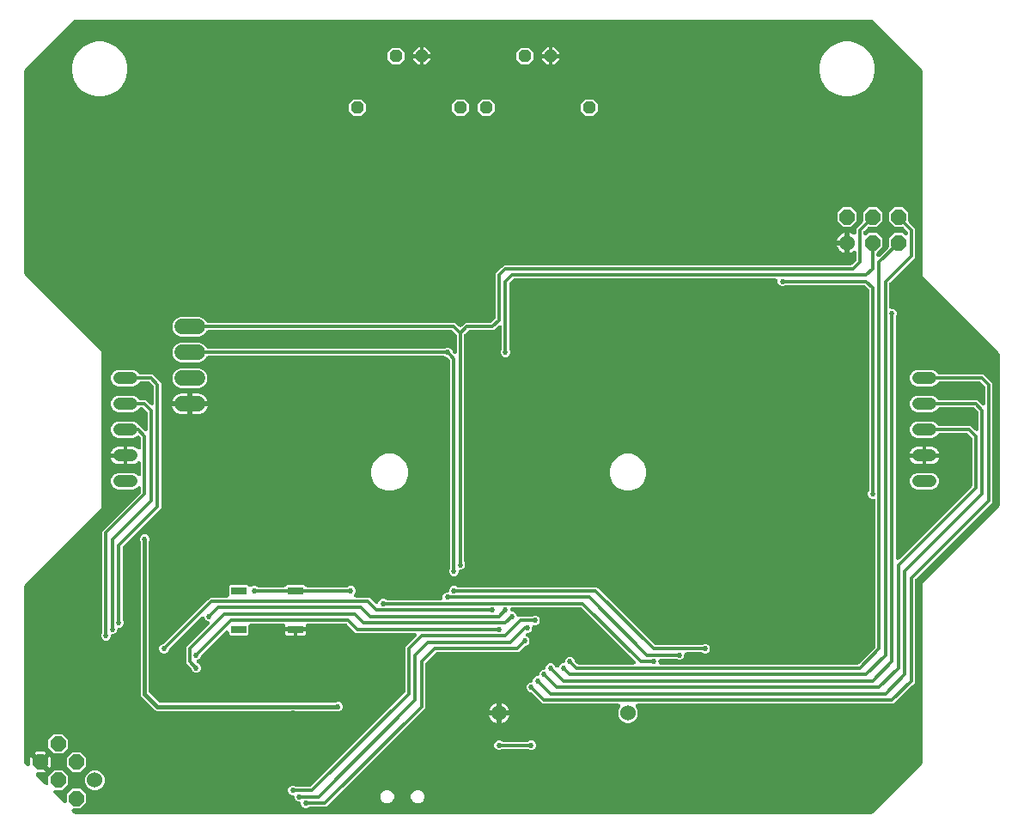
<source format=gbr>
G04 EAGLE Gerber RS-274X export*
G75*
%MOMM*%
%FSLAX34Y34*%
%LPD*%
%INBottom Copper*%
%IPPOS*%
%AMOC8*
5,1,8,0,0,1.08239X$1,22.5*%
G01*
%ADD10R,1.524000X0.762000*%
%ADD11C,1.219200*%
%ADD12C,1.524000*%
%ADD13C,1.524000*%
%ADD14P,1.319650X8X202.500000*%
%ADD15P,1.319650X8X22.500000*%
%ADD16P,1.649562X8X22.500000*%
%ADD17P,1.649562X8X157.500000*%
%ADD18C,0.525000*%
%ADD19C,0.304800*%
%ADD20C,0.406400*%
%ADD21C,0.304800*%

G36*
X836543Y2035D02*
X836543Y2035D01*
X836570Y2033D01*
X836744Y2055D01*
X836917Y2073D01*
X836943Y2080D01*
X836969Y2084D01*
X837135Y2139D01*
X837302Y2191D01*
X837326Y2204D01*
X837351Y2212D01*
X837503Y2299D01*
X837656Y2383D01*
X837677Y2400D01*
X837700Y2413D01*
X837953Y2628D01*
X886372Y51047D01*
X886389Y51068D01*
X886410Y51085D01*
X886517Y51223D01*
X886627Y51359D01*
X886640Y51382D01*
X886656Y51403D01*
X886734Y51560D01*
X886816Y51714D01*
X886824Y51740D01*
X886836Y51764D01*
X886881Y51933D01*
X886931Y52100D01*
X886933Y52127D01*
X886940Y52153D01*
X886967Y52483D01*
X886967Y229442D01*
X962572Y305047D01*
X962589Y305068D01*
X962610Y305085D01*
X962717Y305223D01*
X962827Y305359D01*
X962840Y305382D01*
X962856Y305403D01*
X962934Y305560D01*
X963016Y305714D01*
X963024Y305740D01*
X963036Y305764D01*
X963081Y305933D01*
X963131Y306100D01*
X963133Y306127D01*
X963140Y306153D01*
X963167Y306483D01*
X963167Y455517D01*
X963165Y455543D01*
X963167Y455570D01*
X963145Y455744D01*
X963127Y455917D01*
X963120Y455943D01*
X963116Y455969D01*
X963061Y456135D01*
X963009Y456302D01*
X962996Y456326D01*
X962988Y456351D01*
X962901Y456503D01*
X962817Y456656D01*
X962800Y456677D01*
X962787Y456700D01*
X962572Y456953D01*
X886967Y532558D01*
X886967Y734917D01*
X886965Y734943D01*
X886967Y734970D01*
X886945Y735144D01*
X886927Y735317D01*
X886920Y735343D01*
X886916Y735369D01*
X886861Y735535D01*
X886809Y735702D01*
X886796Y735726D01*
X886788Y735751D01*
X886701Y735903D01*
X886617Y736056D01*
X886600Y736077D01*
X886587Y736100D01*
X886372Y736353D01*
X837953Y784772D01*
X837932Y784789D01*
X837915Y784810D01*
X837777Y784917D01*
X837641Y785027D01*
X837618Y785040D01*
X837597Y785056D01*
X837440Y785134D01*
X837286Y785216D01*
X837260Y785224D01*
X837236Y785236D01*
X837067Y785281D01*
X836900Y785331D01*
X836873Y785333D01*
X836847Y785340D01*
X836517Y785367D01*
X52483Y785367D01*
X52457Y785365D01*
X52430Y785367D01*
X52256Y785345D01*
X52083Y785327D01*
X52057Y785320D01*
X52031Y785316D01*
X51865Y785261D01*
X51698Y785209D01*
X51674Y785196D01*
X51649Y785188D01*
X51497Y785101D01*
X51344Y785017D01*
X51323Y785000D01*
X51300Y784987D01*
X51047Y784772D01*
X2628Y736353D01*
X2611Y736332D01*
X2590Y736315D01*
X2483Y736177D01*
X2373Y736041D01*
X2360Y736018D01*
X2344Y735997D01*
X2266Y735840D01*
X2184Y735686D01*
X2176Y735660D01*
X2164Y735636D01*
X2119Y735467D01*
X2069Y735300D01*
X2067Y735273D01*
X2060Y735247D01*
X2033Y734917D01*
X2033Y535083D01*
X2035Y535057D01*
X2033Y535030D01*
X2055Y534856D01*
X2073Y534683D01*
X2080Y534657D01*
X2084Y534631D01*
X2139Y534465D01*
X2191Y534298D01*
X2204Y534274D01*
X2212Y534249D01*
X2299Y534097D01*
X2383Y533944D01*
X2400Y533923D01*
X2413Y533900D01*
X2628Y533647D01*
X78233Y458042D01*
X78233Y303958D01*
X2628Y228353D01*
X2611Y228332D01*
X2590Y228315D01*
X2483Y228177D01*
X2373Y228041D01*
X2360Y228018D01*
X2344Y227997D01*
X2266Y227840D01*
X2184Y227686D01*
X2176Y227660D01*
X2164Y227636D01*
X2119Y227467D01*
X2069Y227300D01*
X2067Y227273D01*
X2060Y227247D01*
X2033Y226917D01*
X2033Y52483D01*
X2035Y52457D01*
X2033Y52430D01*
X2055Y52256D01*
X2073Y52083D01*
X2080Y52057D01*
X2084Y52031D01*
X2139Y51865D01*
X2191Y51698D01*
X2204Y51674D01*
X2212Y51649D01*
X2299Y51497D01*
X2383Y51344D01*
X2400Y51323D01*
X2413Y51300D01*
X2628Y51047D01*
X3881Y49794D01*
X3888Y49788D01*
X3894Y49781D01*
X4043Y49661D01*
X4192Y49539D01*
X4200Y49534D01*
X4207Y49529D01*
X4379Y49440D01*
X4548Y49350D01*
X4557Y49348D01*
X4565Y49343D01*
X4750Y49290D01*
X4934Y49235D01*
X4943Y49234D01*
X4952Y49232D01*
X5143Y49216D01*
X5335Y49199D01*
X5344Y49200D01*
X5353Y49199D01*
X5542Y49221D01*
X5735Y49242D01*
X5744Y49245D01*
X5753Y49246D01*
X5935Y49305D01*
X6119Y49364D01*
X6127Y49368D01*
X6135Y49371D01*
X6304Y49466D01*
X6471Y49559D01*
X6478Y49564D01*
X6486Y49569D01*
X6632Y49695D01*
X6778Y49819D01*
X6784Y49826D01*
X6791Y49832D01*
X6908Y49983D01*
X7028Y50135D01*
X7032Y50143D01*
X7038Y50150D01*
X7123Y50322D01*
X7210Y50494D01*
X7213Y50503D01*
X7217Y50511D01*
X7267Y50697D01*
X7318Y50882D01*
X7319Y50891D01*
X7321Y50899D01*
X7349Y51230D01*
X7349Y57639D01*
X8529Y58819D01*
X15354Y51994D01*
X15368Y51983D01*
X15380Y51969D01*
X15524Y51855D01*
X15666Y51739D01*
X15682Y51731D01*
X15696Y51720D01*
X15769Y51682D01*
X15838Y51557D01*
X15849Y51544D01*
X15858Y51528D01*
X16073Y51275D01*
X22898Y44450D01*
X21718Y43270D01*
X15309Y43270D01*
X15300Y43269D01*
X15291Y43269D01*
X15098Y43249D01*
X14908Y43230D01*
X14900Y43227D01*
X14891Y43226D01*
X14706Y43168D01*
X14523Y43112D01*
X14516Y43107D01*
X14507Y43105D01*
X14339Y43011D01*
X14169Y42920D01*
X14163Y42914D01*
X14155Y42910D01*
X14008Y42785D01*
X13860Y42662D01*
X13855Y42655D01*
X13848Y42649D01*
X13728Y42498D01*
X13608Y42348D01*
X13604Y42340D01*
X13598Y42333D01*
X13510Y42161D01*
X13422Y41991D01*
X13420Y41982D01*
X13416Y41974D01*
X13364Y41788D01*
X13311Y41604D01*
X13310Y41595D01*
X13308Y41587D01*
X13294Y41394D01*
X13278Y41203D01*
X13279Y41194D01*
X13278Y41185D01*
X13303Y40992D01*
X13325Y40803D01*
X13328Y40794D01*
X13329Y40786D01*
X13390Y40603D01*
X13450Y40420D01*
X13454Y40412D01*
X13457Y40404D01*
X13554Y40236D01*
X13648Y40069D01*
X13654Y40063D01*
X13658Y40055D01*
X13873Y39802D01*
X22349Y31325D01*
X22356Y31320D01*
X22362Y31313D01*
X22512Y31192D01*
X22661Y31070D01*
X22669Y31066D01*
X22676Y31060D01*
X22847Y30972D01*
X23017Y30882D01*
X23025Y30879D01*
X23033Y30875D01*
X23218Y30822D01*
X23403Y30767D01*
X23411Y30766D01*
X23420Y30763D01*
X23611Y30748D01*
X23804Y30730D01*
X23812Y30731D01*
X23821Y30731D01*
X24010Y30753D01*
X24204Y30774D01*
X24212Y30776D01*
X24221Y30778D01*
X24403Y30837D01*
X24588Y30895D01*
X24595Y30900D01*
X24604Y30902D01*
X24772Y30997D01*
X24940Y31090D01*
X24947Y31096D01*
X24955Y31100D01*
X25100Y31226D01*
X25247Y31351D01*
X25253Y31358D01*
X25259Y31363D01*
X25377Y31515D01*
X25497Y31667D01*
X25501Y31675D01*
X25506Y31682D01*
X25592Y31854D01*
X25679Y32025D01*
X25681Y32034D01*
X25685Y32042D01*
X25735Y32229D01*
X25787Y32413D01*
X25788Y32422D01*
X25790Y32431D01*
X25817Y32762D01*
X25817Y39468D01*
X31471Y45122D01*
X39468Y45122D01*
X45122Y39468D01*
X45122Y31471D01*
X39468Y25817D01*
X32762Y25817D01*
X32753Y25816D01*
X32744Y25817D01*
X32550Y25796D01*
X32361Y25777D01*
X32352Y25775D01*
X32344Y25774D01*
X32159Y25715D01*
X31976Y25659D01*
X31968Y25655D01*
X31960Y25652D01*
X31791Y25559D01*
X31622Y25467D01*
X31615Y25462D01*
X31607Y25457D01*
X31460Y25332D01*
X31313Y25209D01*
X31307Y25203D01*
X31300Y25197D01*
X31181Y25045D01*
X31060Y24896D01*
X31056Y24888D01*
X31051Y24881D01*
X30963Y24708D01*
X30875Y24538D01*
X30872Y24530D01*
X30868Y24522D01*
X30816Y24335D01*
X30763Y24151D01*
X30763Y24143D01*
X30760Y24134D01*
X30746Y23941D01*
X30731Y23750D01*
X30732Y23741D01*
X30731Y23732D01*
X30755Y23540D01*
X30778Y23350D01*
X30780Y23342D01*
X30781Y23333D01*
X30843Y23151D01*
X30902Y22968D01*
X30907Y22960D01*
X30910Y22951D01*
X31006Y22784D01*
X31100Y22617D01*
X31106Y22610D01*
X31111Y22602D01*
X31325Y22349D01*
X40310Y13365D01*
X40317Y13359D01*
X40323Y13352D01*
X40472Y13232D01*
X40621Y13110D01*
X40629Y13105D01*
X40636Y13100D01*
X40808Y13011D01*
X40977Y12921D01*
X40986Y12918D01*
X40994Y12914D01*
X41179Y12861D01*
X41363Y12806D01*
X41372Y12805D01*
X41381Y12803D01*
X41572Y12787D01*
X41764Y12770D01*
X41773Y12771D01*
X41782Y12770D01*
X41971Y12792D01*
X42164Y12813D01*
X42173Y12816D01*
X42182Y12817D01*
X42364Y12876D01*
X42548Y12935D01*
X42556Y12939D01*
X42564Y12942D01*
X42733Y13037D01*
X42901Y13130D01*
X42907Y13135D01*
X42915Y13140D01*
X43060Y13265D01*
X43208Y13390D01*
X43213Y13397D01*
X43220Y13403D01*
X43337Y13554D01*
X43457Y13706D01*
X43461Y13714D01*
X43467Y13721D01*
X43552Y13893D01*
X43639Y14065D01*
X43642Y14073D01*
X43646Y14082D01*
X43696Y14268D01*
X43747Y14453D01*
X43748Y14462D01*
X43750Y14470D01*
X43778Y14801D01*
X43778Y21508D01*
X49432Y27162D01*
X57429Y27162D01*
X63083Y21508D01*
X63083Y13511D01*
X57429Y7857D01*
X50722Y7857D01*
X50713Y7856D01*
X50704Y7856D01*
X50511Y7835D01*
X50321Y7817D01*
X50313Y7814D01*
X50304Y7813D01*
X50119Y7755D01*
X49937Y7698D01*
X49929Y7694D01*
X49920Y7692D01*
X49752Y7598D01*
X49582Y7507D01*
X49576Y7501D01*
X49568Y7497D01*
X49421Y7372D01*
X49273Y7249D01*
X49268Y7242D01*
X49261Y7236D01*
X49141Y7085D01*
X49021Y6935D01*
X49017Y6927D01*
X49011Y6920D01*
X48923Y6748D01*
X48835Y6578D01*
X48833Y6569D01*
X48829Y6561D01*
X48777Y6375D01*
X48724Y6191D01*
X48723Y6182D01*
X48721Y6173D01*
X48707Y5981D01*
X48691Y5790D01*
X48692Y5781D01*
X48691Y5772D01*
X48716Y5580D01*
X48738Y5390D01*
X48741Y5381D01*
X48742Y5373D01*
X48803Y5190D01*
X48863Y5007D01*
X48867Y4999D01*
X48870Y4991D01*
X48966Y4824D01*
X49061Y4656D01*
X49067Y4650D01*
X49071Y4642D01*
X49286Y4389D01*
X51047Y2628D01*
X51068Y2611D01*
X51085Y2590D01*
X51223Y2483D01*
X51359Y2373D01*
X51382Y2360D01*
X51403Y2344D01*
X51560Y2266D01*
X51714Y2184D01*
X51740Y2176D01*
X51764Y2164D01*
X51933Y2119D01*
X52100Y2069D01*
X52127Y2067D01*
X52153Y2060D01*
X52483Y2033D01*
X836517Y2033D01*
X836543Y2035D01*
G37*
%LPC*%
G36*
X278474Y8042D02*
X278474Y8042D01*
X276762Y8751D01*
X275451Y10062D01*
X274742Y11774D01*
X274742Y12361D01*
X274740Y12379D01*
X274742Y12397D01*
X274721Y12579D01*
X274702Y12762D01*
X274697Y12779D01*
X274695Y12796D01*
X274638Y12971D01*
X274584Y13147D01*
X274576Y13162D01*
X274570Y13179D01*
X274480Y13339D01*
X274392Y13501D01*
X274381Y13514D01*
X274372Y13530D01*
X274252Y13669D01*
X274135Y13810D01*
X274121Y13821D01*
X274109Y13835D01*
X273964Y13947D01*
X273821Y14062D01*
X273805Y14070D01*
X273791Y14081D01*
X273626Y14163D01*
X273464Y14248D01*
X273447Y14253D01*
X273431Y14261D01*
X273252Y14308D01*
X273077Y14359D01*
X273059Y14361D01*
X273042Y14365D01*
X272711Y14392D01*
X272124Y14392D01*
X270412Y15101D01*
X269101Y16412D01*
X268392Y18124D01*
X268392Y18711D01*
X268390Y18729D01*
X268392Y18747D01*
X268371Y18929D01*
X268352Y19112D01*
X268347Y19129D01*
X268345Y19146D01*
X268288Y19321D01*
X268234Y19497D01*
X268226Y19512D01*
X268220Y19529D01*
X268130Y19689D01*
X268042Y19851D01*
X268031Y19864D01*
X268022Y19880D01*
X267902Y20019D01*
X267785Y20160D01*
X267771Y20171D01*
X267759Y20185D01*
X267614Y20297D01*
X267471Y20412D01*
X267455Y20420D01*
X267441Y20431D01*
X267276Y20513D01*
X267114Y20598D01*
X267097Y20603D01*
X267081Y20611D01*
X266902Y20658D01*
X266727Y20709D01*
X266709Y20711D01*
X266692Y20715D01*
X266361Y20742D01*
X265774Y20742D01*
X264062Y21451D01*
X262751Y22762D01*
X262042Y24474D01*
X262042Y26326D01*
X262751Y28038D01*
X264062Y29349D01*
X265774Y30058D01*
X267626Y30058D01*
X269429Y29311D01*
X269447Y29297D01*
X269471Y29284D01*
X269492Y29268D01*
X269649Y29190D01*
X269803Y29108D01*
X269828Y29100D01*
X269852Y29088D01*
X270022Y29043D01*
X270188Y28993D01*
X270215Y28991D01*
X270241Y28984D01*
X270572Y28957D01*
X283435Y28957D01*
X283462Y28959D01*
X283489Y28957D01*
X283663Y28979D01*
X283836Y28997D01*
X283861Y29004D01*
X283888Y29008D01*
X284054Y29063D01*
X284221Y29115D01*
X284244Y29128D01*
X284270Y29136D01*
X284421Y29223D01*
X284575Y29307D01*
X284595Y29324D01*
X284619Y29337D01*
X284872Y29552D01*
X376848Y121528D01*
X376865Y121549D01*
X376886Y121567D01*
X376993Y121704D01*
X377103Y121840D01*
X377116Y121863D01*
X377132Y121885D01*
X377210Y122042D01*
X377292Y122196D01*
X377300Y122221D01*
X377312Y122245D01*
X377357Y122415D01*
X377407Y122581D01*
X377409Y122608D01*
X377416Y122634D01*
X377443Y122965D01*
X377443Y166573D01*
X387996Y177126D01*
X388001Y177133D01*
X388008Y177138D01*
X388127Y177286D01*
X388251Y177437D01*
X388255Y177445D01*
X388261Y177452D01*
X388348Y177621D01*
X388439Y177793D01*
X388442Y177802D01*
X388446Y177809D01*
X388499Y177994D01*
X388554Y178179D01*
X388555Y178188D01*
X388557Y178196D01*
X388573Y178388D01*
X388591Y178580D01*
X388590Y178589D01*
X388590Y178598D01*
X388568Y178787D01*
X388547Y178980D01*
X388544Y178989D01*
X388543Y178997D01*
X388484Y179179D01*
X388426Y179364D01*
X388421Y179372D01*
X388419Y179380D01*
X388324Y179549D01*
X388231Y179716D01*
X388225Y179723D01*
X388221Y179731D01*
X388095Y179877D01*
X387970Y180023D01*
X387963Y180029D01*
X387958Y180036D01*
X387807Y180153D01*
X387654Y180273D01*
X387646Y180277D01*
X387639Y180282D01*
X387468Y180367D01*
X387296Y180455D01*
X387287Y180458D01*
X387279Y180462D01*
X387092Y180512D01*
X386908Y180563D01*
X386899Y180564D01*
X386890Y180566D01*
X386559Y180593D01*
X328727Y180593D01*
X320178Y189142D01*
X320157Y189159D01*
X320139Y189180D01*
X320002Y189287D01*
X319866Y189397D01*
X319843Y189410D01*
X319821Y189426D01*
X319664Y189504D01*
X319510Y189586D01*
X319485Y189594D01*
X319461Y189606D01*
X319291Y189651D01*
X319125Y189701D01*
X319098Y189703D01*
X319072Y189710D01*
X318741Y189737D01*
X281432Y189737D01*
X281414Y189735D01*
X281396Y189737D01*
X281214Y189716D01*
X281031Y189697D01*
X281014Y189692D01*
X280997Y189690D01*
X280822Y189633D01*
X280646Y189579D01*
X280631Y189571D01*
X280614Y189565D01*
X280454Y189475D01*
X280292Y189387D01*
X280279Y189376D01*
X280263Y189367D01*
X280124Y189247D01*
X279983Y189130D01*
X279972Y189116D01*
X279958Y189104D01*
X279846Y188959D01*
X279731Y188816D01*
X279723Y188800D01*
X279712Y188786D01*
X279630Y188621D01*
X279545Y188459D01*
X279540Y188442D01*
X279532Y188426D01*
X279485Y188247D01*
X279434Y188072D01*
X279432Y188054D01*
X279428Y188037D01*
X279401Y187706D01*
X279401Y186181D01*
X269240Y186181D01*
X259079Y186181D01*
X259079Y187706D01*
X259077Y187724D01*
X259079Y187742D01*
X259058Y187924D01*
X259039Y188107D01*
X259034Y188124D01*
X259032Y188141D01*
X258975Y188316D01*
X258921Y188492D01*
X258913Y188507D01*
X258907Y188524D01*
X258817Y188684D01*
X258730Y188846D01*
X258718Y188859D01*
X258709Y188875D01*
X258589Y189014D01*
X258472Y189155D01*
X258458Y189166D01*
X258446Y189180D01*
X258301Y189292D01*
X258158Y189407D01*
X258142Y189415D01*
X258128Y189426D01*
X257964Y189508D01*
X257801Y189593D01*
X257784Y189598D01*
X257768Y189606D01*
X257590Y189653D01*
X257414Y189704D01*
X257396Y189706D01*
X257379Y189710D01*
X257048Y189737D01*
X225044Y189737D01*
X225026Y189735D01*
X225008Y189737D01*
X224826Y189716D01*
X224643Y189697D01*
X224626Y189692D01*
X224609Y189690D01*
X224434Y189633D01*
X224258Y189579D01*
X224243Y189571D01*
X224226Y189565D01*
X224066Y189475D01*
X223904Y189387D01*
X223891Y189376D01*
X223875Y189367D01*
X223736Y189247D01*
X223595Y189130D01*
X223584Y189116D01*
X223570Y189104D01*
X223458Y188959D01*
X223343Y188816D01*
X223335Y188800D01*
X223324Y188786D01*
X223242Y188621D01*
X223157Y188459D01*
X223152Y188442D01*
X223144Y188426D01*
X223097Y188247D01*
X223046Y188072D01*
X223044Y188054D01*
X223040Y188037D01*
X223013Y187706D01*
X223013Y179498D01*
X221822Y178307D01*
X204898Y178307D01*
X203707Y179498D01*
X203707Y181073D01*
X203706Y181082D01*
X203707Y181091D01*
X203686Y181285D01*
X203667Y181474D01*
X203665Y181482D01*
X203664Y181491D01*
X203605Y181676D01*
X203549Y181859D01*
X203545Y181867D01*
X203542Y181875D01*
X203450Y182042D01*
X203357Y182213D01*
X203352Y182220D01*
X203347Y182228D01*
X203223Y182375D01*
X203100Y182522D01*
X203093Y182528D01*
X203087Y182535D01*
X202935Y182654D01*
X202786Y182775D01*
X202778Y182779D01*
X202771Y182784D01*
X202598Y182872D01*
X202429Y182960D01*
X202420Y182963D01*
X202412Y182967D01*
X202226Y183019D01*
X202042Y183071D01*
X202033Y183072D01*
X202024Y183075D01*
X201831Y183089D01*
X201640Y183104D01*
X201632Y183103D01*
X201623Y183104D01*
X201430Y183080D01*
X201241Y183057D01*
X201232Y183055D01*
X201223Y183054D01*
X201041Y182992D01*
X200858Y182933D01*
X200850Y182928D01*
X200842Y182925D01*
X200675Y182829D01*
X200507Y182735D01*
X200500Y182729D01*
X200493Y182724D01*
X200240Y182510D01*
X176703Y158973D01*
X176686Y158952D01*
X176665Y158934D01*
X176558Y158797D01*
X176448Y158661D01*
X176435Y158638D01*
X176419Y158616D01*
X176341Y158459D01*
X176259Y158305D01*
X176251Y158280D01*
X176239Y158256D01*
X176194Y158086D01*
X176144Y157920D01*
X176143Y157909D01*
X175399Y156112D01*
X174088Y154801D01*
X172822Y154277D01*
X172814Y154272D01*
X172805Y154270D01*
X172637Y154177D01*
X172467Y154086D01*
X172460Y154081D01*
X172452Y154076D01*
X172304Y153952D01*
X172156Y153830D01*
X172151Y153823D01*
X172144Y153817D01*
X172024Y153667D01*
X171903Y153517D01*
X171898Y153509D01*
X171893Y153502D01*
X171806Y153334D01*
X171716Y153161D01*
X171713Y153152D01*
X171709Y153144D01*
X171657Y152961D01*
X171602Y152774D01*
X171602Y152765D01*
X171599Y152757D01*
X171584Y152566D01*
X171568Y152373D01*
X171569Y152364D01*
X171568Y152356D01*
X171591Y152165D01*
X171613Y151973D01*
X171616Y151965D01*
X171617Y151956D01*
X171677Y151774D01*
X171736Y151590D01*
X171741Y151582D01*
X171743Y151574D01*
X171838Y151408D01*
X171933Y151238D01*
X171938Y151232D01*
X171943Y151224D01*
X172070Y151078D01*
X172194Y150933D01*
X172201Y150927D01*
X172207Y150920D01*
X172359Y150804D01*
X172511Y150684D01*
X172519Y150680D01*
X172526Y150675D01*
X172822Y150523D01*
X174088Y149999D01*
X175399Y148688D01*
X176108Y146976D01*
X176108Y145124D01*
X175399Y143412D01*
X174088Y142101D01*
X172376Y141392D01*
X170524Y141392D01*
X168812Y142101D01*
X167501Y143412D01*
X166755Y145214D01*
X166752Y145237D01*
X166745Y145262D01*
X166741Y145289D01*
X166686Y145455D01*
X166634Y145622D01*
X166621Y145645D01*
X166613Y145671D01*
X166526Y145822D01*
X166442Y145976D01*
X166425Y145996D01*
X166412Y146020D01*
X166197Y146273D01*
X161543Y150927D01*
X161543Y166573D01*
X183859Y188889D01*
X183868Y188899D01*
X183878Y188908D01*
X183995Y189055D01*
X184114Y189201D01*
X184120Y189212D01*
X184129Y189223D01*
X184215Y189390D01*
X184303Y189556D01*
X184307Y189569D01*
X184313Y189581D01*
X184364Y189761D01*
X184418Y189942D01*
X184419Y189956D01*
X184422Y189968D01*
X184437Y190154D01*
X184454Y190343D01*
X184452Y190357D01*
X184454Y190370D01*
X184431Y190554D01*
X184411Y190743D01*
X184406Y190756D01*
X184405Y190769D01*
X184346Y190947D01*
X184289Y191127D01*
X184283Y191139D01*
X184278Y191152D01*
X184185Y191316D01*
X184094Y191480D01*
X184086Y191490D01*
X184079Y191501D01*
X183955Y191644D01*
X183834Y191787D01*
X183823Y191795D01*
X183814Y191805D01*
X183666Y191919D01*
X183518Y192036D01*
X183506Y192042D01*
X183495Y192050D01*
X183200Y192202D01*
X181512Y192901D01*
X180201Y194212D01*
X179502Y195900D01*
X179496Y195912D01*
X179492Y195925D01*
X179401Y196089D01*
X179312Y196255D01*
X179303Y196265D01*
X179297Y196277D01*
X179176Y196420D01*
X179055Y196565D01*
X179045Y196574D01*
X179036Y196584D01*
X178889Y196701D01*
X178743Y196819D01*
X178731Y196825D01*
X178720Y196834D01*
X178552Y196919D01*
X178386Y197006D01*
X178373Y197010D01*
X178361Y197016D01*
X178180Y197067D01*
X178000Y197119D01*
X177987Y197120D01*
X177974Y197124D01*
X177785Y197138D01*
X177599Y197154D01*
X177586Y197152D01*
X177572Y197153D01*
X177384Y197130D01*
X177199Y197109D01*
X177186Y197105D01*
X177173Y197103D01*
X176994Y197043D01*
X176815Y196986D01*
X176804Y196979D01*
X176791Y196975D01*
X176628Y196881D01*
X176464Y196789D01*
X176454Y196780D01*
X176442Y196774D01*
X176189Y196559D01*
X144953Y165323D01*
X144936Y165302D01*
X144915Y165285D01*
X144808Y165147D01*
X144698Y165011D01*
X144685Y164988D01*
X144669Y164966D01*
X144591Y164809D01*
X144509Y164655D01*
X144501Y164630D01*
X144489Y164606D01*
X144444Y164436D01*
X144394Y164270D01*
X144393Y164259D01*
X143649Y162462D01*
X142338Y161151D01*
X140626Y160442D01*
X138774Y160442D01*
X137062Y161151D01*
X135751Y162462D01*
X135042Y164174D01*
X135042Y166026D01*
X135751Y167738D01*
X137062Y169049D01*
X138864Y169795D01*
X138887Y169798D01*
X138913Y169805D01*
X138939Y169809D01*
X139105Y169864D01*
X139272Y169916D01*
X139296Y169929D01*
X139321Y169937D01*
X139472Y170024D01*
X139626Y170108D01*
X139646Y170125D01*
X139670Y170138D01*
X139923Y170353D01*
X182538Y212968D01*
X185217Y215647D01*
X201676Y215647D01*
X201694Y215649D01*
X201712Y215647D01*
X201894Y215668D01*
X202077Y215687D01*
X202094Y215692D01*
X202111Y215694D01*
X202286Y215751D01*
X202462Y215805D01*
X202477Y215813D01*
X202494Y215819D01*
X202654Y215909D01*
X202816Y215997D01*
X202829Y216008D01*
X202845Y216017D01*
X202984Y216137D01*
X203125Y216254D01*
X203136Y216268D01*
X203150Y216280D01*
X203262Y216425D01*
X203377Y216568D01*
X203385Y216584D01*
X203396Y216598D01*
X203478Y216763D01*
X203563Y216925D01*
X203568Y216942D01*
X203576Y216958D01*
X203623Y217137D01*
X203674Y217312D01*
X203676Y217330D01*
X203680Y217347D01*
X203707Y217678D01*
X203707Y226902D01*
X204898Y228093D01*
X221822Y228093D01*
X223414Y226501D01*
X223431Y226487D01*
X223446Y226470D01*
X223587Y226359D01*
X223726Y226246D01*
X223745Y226235D01*
X223763Y226221D01*
X223924Y226140D01*
X224081Y226057D01*
X224103Y226051D01*
X224123Y226041D01*
X224296Y225993D01*
X224467Y225942D01*
X224489Y225940D01*
X224511Y225934D01*
X224690Y225922D01*
X224868Y225906D01*
X224890Y225908D01*
X224913Y225907D01*
X225090Y225930D01*
X225268Y225949D01*
X225290Y225956D01*
X225312Y225959D01*
X225628Y226060D01*
X227674Y226908D01*
X229526Y226908D01*
X231329Y226161D01*
X231347Y226147D01*
X231371Y226134D01*
X231392Y226118D01*
X231549Y226040D01*
X231703Y225958D01*
X231728Y225950D01*
X231752Y225938D01*
X231922Y225893D01*
X232088Y225843D01*
X232115Y225841D01*
X232141Y225834D01*
X232472Y225807D01*
X257651Y225807D01*
X257677Y225809D01*
X257704Y225807D01*
X257878Y225829D01*
X258051Y225847D01*
X258077Y225854D01*
X258103Y225858D01*
X258269Y225913D01*
X258436Y225965D01*
X258460Y225978D01*
X258485Y225986D01*
X258637Y226073D01*
X258790Y226157D01*
X258811Y226174D01*
X258834Y226187D01*
X259087Y226402D01*
X260778Y228093D01*
X277702Y228093D01*
X279393Y226402D01*
X279414Y226385D01*
X279431Y226364D01*
X279569Y226257D01*
X279705Y226147D01*
X279728Y226134D01*
X279749Y226118D01*
X279906Y226040D01*
X280060Y225958D01*
X280086Y225950D01*
X280110Y225938D01*
X280279Y225893D01*
X280446Y225843D01*
X280473Y225841D01*
X280499Y225834D01*
X280829Y225807D01*
X319978Y225807D01*
X320005Y225809D01*
X320032Y225807D01*
X320206Y225829D01*
X320379Y225847D01*
X320404Y225854D01*
X320431Y225858D01*
X320597Y225913D01*
X320764Y225965D01*
X320787Y225978D01*
X320813Y225986D01*
X320964Y226073D01*
X321118Y226157D01*
X321126Y226163D01*
X322924Y226908D01*
X324776Y226908D01*
X326488Y226199D01*
X327799Y224888D01*
X328508Y223176D01*
X328508Y221324D01*
X327799Y219612D01*
X327301Y219114D01*
X327296Y219107D01*
X327289Y219102D01*
X327169Y218953D01*
X327046Y218803D01*
X327042Y218795D01*
X327036Y218788D01*
X326949Y218619D01*
X326858Y218447D01*
X326855Y218438D01*
X326851Y218431D01*
X326798Y218247D01*
X326743Y218061D01*
X326742Y218052D01*
X326740Y218044D01*
X326724Y217853D01*
X326706Y217660D01*
X326707Y217651D01*
X326707Y217642D01*
X326729Y217453D01*
X326750Y217260D01*
X326753Y217251D01*
X326754Y217243D01*
X326813Y217060D01*
X326871Y216876D01*
X326876Y216868D01*
X326878Y216860D01*
X326973Y216691D01*
X327066Y216524D01*
X327072Y216517D01*
X327076Y216509D01*
X327202Y216364D01*
X327327Y216217D01*
X327334Y216211D01*
X327339Y216204D01*
X327491Y216087D01*
X327643Y215967D01*
X327651Y215963D01*
X327658Y215958D01*
X327831Y215871D01*
X328001Y215785D01*
X328010Y215782D01*
X328018Y215778D01*
X328206Y215728D01*
X328389Y215677D01*
X328398Y215676D01*
X328407Y215674D01*
X328738Y215647D01*
X341833Y215647D01*
X347639Y209841D01*
X347649Y209832D01*
X347658Y209822D01*
X347805Y209705D01*
X347951Y209586D01*
X347962Y209580D01*
X347973Y209571D01*
X348141Y209485D01*
X348306Y209397D01*
X348319Y209393D01*
X348331Y209387D01*
X348512Y209336D01*
X348692Y209282D01*
X348706Y209281D01*
X348718Y209278D01*
X348904Y209263D01*
X349093Y209246D01*
X349107Y209248D01*
X349120Y209247D01*
X349304Y209269D01*
X349493Y209289D01*
X349506Y209294D01*
X349519Y209295D01*
X349697Y209354D01*
X349877Y209411D01*
X349889Y209417D01*
X349902Y209422D01*
X350066Y209515D01*
X350230Y209606D01*
X350240Y209614D01*
X350251Y209621D01*
X350393Y209745D01*
X350537Y209866D01*
X350545Y209877D01*
X350555Y209886D01*
X350669Y210034D01*
X350786Y210182D01*
X350792Y210194D01*
X350800Y210205D01*
X350952Y210500D01*
X351651Y212188D01*
X352962Y213499D01*
X354674Y214208D01*
X356526Y214208D01*
X358329Y213461D01*
X358347Y213447D01*
X358371Y213434D01*
X358392Y213418D01*
X358549Y213340D01*
X358703Y213258D01*
X358728Y213250D01*
X358752Y213238D01*
X358922Y213193D01*
X359088Y213143D01*
X359115Y213141D01*
X359141Y213134D01*
X359472Y213107D01*
X412411Y213107D01*
X412429Y213109D01*
X412447Y213107D01*
X412629Y213128D01*
X412812Y213147D01*
X412829Y213152D01*
X412846Y213154D01*
X413021Y213211D01*
X413197Y213265D01*
X413212Y213273D01*
X413229Y213279D01*
X413389Y213369D01*
X413551Y213457D01*
X413564Y213468D01*
X413580Y213477D01*
X413719Y213597D01*
X413860Y213714D01*
X413871Y213728D01*
X413885Y213740D01*
X413997Y213885D01*
X414112Y214028D01*
X414120Y214044D01*
X414131Y214058D01*
X414213Y214223D01*
X414298Y214385D01*
X414303Y214402D01*
X414311Y214418D01*
X414358Y214597D01*
X414409Y214772D01*
X414411Y214790D01*
X414415Y214807D01*
X414442Y215138D01*
X414442Y216826D01*
X415151Y218538D01*
X416462Y219849D01*
X418174Y220558D01*
X418761Y220558D01*
X418779Y220560D01*
X418797Y220558D01*
X418979Y220579D01*
X419162Y220598D01*
X419179Y220603D01*
X419196Y220605D01*
X419371Y220662D01*
X419547Y220716D01*
X419562Y220724D01*
X419579Y220730D01*
X419739Y220820D01*
X419901Y220908D01*
X419914Y220919D01*
X419930Y220928D01*
X420069Y221048D01*
X420210Y221165D01*
X420221Y221179D01*
X420235Y221191D01*
X420347Y221336D01*
X420462Y221479D01*
X420470Y221495D01*
X420481Y221509D01*
X420563Y221674D01*
X420648Y221836D01*
X420653Y221853D01*
X420661Y221869D01*
X420708Y222048D01*
X420759Y222223D01*
X420761Y222241D01*
X420765Y222258D01*
X420792Y222589D01*
X420792Y223176D01*
X421501Y224888D01*
X422812Y226199D01*
X424524Y226908D01*
X426376Y226908D01*
X428179Y226161D01*
X428197Y226147D01*
X428221Y226134D01*
X428242Y226118D01*
X428399Y226040D01*
X428553Y225958D01*
X428578Y225950D01*
X428602Y225938D01*
X428772Y225893D01*
X428938Y225843D01*
X428965Y225841D01*
X428991Y225834D01*
X429322Y225807D01*
X566623Y225807D01*
X623178Y169252D01*
X623199Y169235D01*
X623217Y169214D01*
X623354Y169107D01*
X623490Y168997D01*
X623513Y168984D01*
X623535Y168968D01*
X623692Y168890D01*
X623846Y168808D01*
X623871Y168800D01*
X623895Y168788D01*
X624065Y168743D01*
X624231Y168693D01*
X624258Y168691D01*
X624284Y168684D01*
X624615Y168657D01*
X669228Y168657D01*
X669255Y168659D01*
X669282Y168657D01*
X669456Y168679D01*
X669629Y168697D01*
X669654Y168704D01*
X669681Y168708D01*
X669847Y168763D01*
X670014Y168815D01*
X670037Y168828D01*
X670063Y168836D01*
X670214Y168923D01*
X670368Y169007D01*
X670376Y169013D01*
X672174Y169758D01*
X674026Y169758D01*
X675738Y169049D01*
X677049Y167738D01*
X677758Y166026D01*
X677758Y164174D01*
X677049Y162462D01*
X675738Y161151D01*
X674026Y160442D01*
X672174Y160442D01*
X670371Y161189D01*
X670353Y161203D01*
X670329Y161216D01*
X670308Y161232D01*
X670151Y161310D01*
X669997Y161392D01*
X669972Y161400D01*
X669948Y161412D01*
X669778Y161457D01*
X669612Y161507D01*
X669585Y161509D01*
X669559Y161516D01*
X669228Y161543D01*
X654389Y161543D01*
X654371Y161541D01*
X654353Y161543D01*
X654171Y161522D01*
X653988Y161503D01*
X653971Y161498D01*
X653954Y161496D01*
X653779Y161439D01*
X653603Y161385D01*
X653588Y161377D01*
X653571Y161371D01*
X653411Y161281D01*
X653249Y161193D01*
X653236Y161182D01*
X653220Y161173D01*
X653081Y161053D01*
X652940Y160936D01*
X652929Y160922D01*
X652915Y160910D01*
X652803Y160765D01*
X652688Y160622D01*
X652680Y160606D01*
X652669Y160592D01*
X652587Y160427D01*
X652502Y160265D01*
X652497Y160248D01*
X652489Y160232D01*
X652442Y160053D01*
X652391Y159878D01*
X652389Y159860D01*
X652385Y159843D01*
X652358Y159512D01*
X652358Y157824D01*
X651649Y156112D01*
X650338Y154801D01*
X648626Y154092D01*
X646774Y154092D01*
X644971Y154839D01*
X644953Y154853D01*
X644929Y154866D01*
X644908Y154882D01*
X644751Y154960D01*
X644597Y155042D01*
X644572Y155050D01*
X644548Y155062D01*
X644378Y155107D01*
X644212Y155157D01*
X644185Y155159D01*
X644159Y155166D01*
X643828Y155193D01*
X628989Y155193D01*
X628971Y155191D01*
X628953Y155193D01*
X628771Y155172D01*
X628588Y155153D01*
X628571Y155148D01*
X628554Y155146D01*
X628379Y155089D01*
X628203Y155035D01*
X628188Y155027D01*
X628171Y155021D01*
X628011Y154931D01*
X627849Y154843D01*
X627836Y154832D01*
X627820Y154823D01*
X627681Y154703D01*
X627540Y154586D01*
X627529Y154572D01*
X627515Y154560D01*
X627403Y154415D01*
X627288Y154272D01*
X627280Y154256D01*
X627269Y154242D01*
X627186Y154076D01*
X627102Y153915D01*
X627097Y153898D01*
X627089Y153882D01*
X627042Y153703D01*
X626991Y153528D01*
X626989Y153510D01*
X626985Y153493D01*
X626958Y153162D01*
X626958Y151638D01*
X626960Y151620D01*
X626958Y151602D01*
X626979Y151420D01*
X626998Y151237D01*
X627003Y151220D01*
X627005Y151203D01*
X627062Y151028D01*
X627116Y150852D01*
X627124Y150837D01*
X627130Y150820D01*
X627220Y150660D01*
X627308Y150498D01*
X627319Y150485D01*
X627328Y150469D01*
X627448Y150330D01*
X627565Y150189D01*
X627579Y150178D01*
X627591Y150164D01*
X627736Y150052D01*
X627879Y149937D01*
X627895Y149929D01*
X627909Y149918D01*
X628074Y149836D01*
X628236Y149751D01*
X628253Y149746D01*
X628269Y149738D01*
X628448Y149691D01*
X628623Y149640D01*
X628641Y149638D01*
X628658Y149634D01*
X628989Y149607D01*
X823185Y149607D01*
X823212Y149609D01*
X823239Y149607D01*
X823413Y149629D01*
X823586Y149647D01*
X823611Y149654D01*
X823638Y149658D01*
X823804Y149713D01*
X823971Y149765D01*
X823994Y149778D01*
X824020Y149786D01*
X824171Y149873D01*
X824325Y149957D01*
X824345Y149974D01*
X824369Y149987D01*
X824622Y150202D01*
X840398Y165978D01*
X840415Y165999D01*
X840436Y166017D01*
X840543Y166154D01*
X840653Y166290D01*
X840666Y166313D01*
X840682Y166335D01*
X840760Y166492D01*
X840842Y166646D01*
X840850Y166671D01*
X840862Y166695D01*
X840907Y166865D01*
X840957Y167031D01*
X840959Y167058D01*
X840966Y167084D01*
X840993Y167415D01*
X840993Y310811D01*
X840993Y310816D01*
X840993Y310818D01*
X840992Y310830D01*
X840993Y310847D01*
X840972Y311029D01*
X840953Y311212D01*
X840948Y311229D01*
X840946Y311246D01*
X840889Y311421D01*
X840835Y311597D01*
X840827Y311612D01*
X840821Y311629D01*
X840731Y311789D01*
X840643Y311951D01*
X840632Y311964D01*
X840623Y311980D01*
X840503Y312119D01*
X840386Y312260D01*
X840372Y312271D01*
X840360Y312285D01*
X840215Y312397D01*
X840072Y312512D01*
X840056Y312520D01*
X840042Y312531D01*
X839877Y312613D01*
X839715Y312698D01*
X839698Y312703D01*
X839682Y312711D01*
X839503Y312758D01*
X839328Y312809D01*
X839310Y312811D01*
X839293Y312815D01*
X838962Y312842D01*
X837274Y312842D01*
X835562Y313551D01*
X834251Y314862D01*
X833542Y316574D01*
X833542Y318426D01*
X834289Y320229D01*
X834303Y320247D01*
X834316Y320271D01*
X834332Y320292D01*
X834410Y320449D01*
X834492Y320603D01*
X834500Y320628D01*
X834512Y320652D01*
X834557Y320822D01*
X834607Y320988D01*
X834609Y321015D01*
X834616Y321041D01*
X834643Y321372D01*
X834643Y518385D01*
X834641Y518412D01*
X834643Y518439D01*
X834621Y518613D01*
X834603Y518786D01*
X834596Y518811D01*
X834592Y518838D01*
X834537Y519004D01*
X834485Y519171D01*
X834472Y519194D01*
X834464Y519220D01*
X834377Y519371D01*
X834293Y519525D01*
X834276Y519545D01*
X834263Y519569D01*
X834048Y519822D01*
X830972Y522898D01*
X830951Y522915D01*
X830933Y522936D01*
X830796Y523043D01*
X830660Y523153D01*
X830637Y523166D01*
X830615Y523182D01*
X830458Y523260D01*
X830304Y523342D01*
X830279Y523350D01*
X830255Y523362D01*
X830085Y523407D01*
X829919Y523457D01*
X829892Y523459D01*
X829866Y523466D01*
X829535Y523493D01*
X753172Y523493D01*
X753145Y523491D01*
X753118Y523493D01*
X752944Y523471D01*
X752771Y523453D01*
X752746Y523446D01*
X752719Y523442D01*
X752553Y523387D01*
X752386Y523335D01*
X752363Y523322D01*
X752337Y523314D01*
X752186Y523227D01*
X752032Y523143D01*
X752024Y523137D01*
X750226Y522392D01*
X748374Y522392D01*
X746662Y523101D01*
X745351Y524412D01*
X744642Y526124D01*
X744642Y527812D01*
X744640Y527830D01*
X744642Y527848D01*
X744621Y528030D01*
X744602Y528213D01*
X744597Y528230D01*
X744595Y528247D01*
X744538Y528422D01*
X744484Y528598D01*
X744476Y528613D01*
X744470Y528630D01*
X744380Y528790D01*
X744292Y528952D01*
X744281Y528965D01*
X744272Y528981D01*
X744152Y529120D01*
X744035Y529261D01*
X744021Y529272D01*
X744009Y529286D01*
X743864Y529398D01*
X743721Y529513D01*
X743705Y529521D01*
X743691Y529532D01*
X743526Y529614D01*
X743364Y529699D01*
X743347Y529704D01*
X743331Y529712D01*
X743152Y529759D01*
X742977Y529810D01*
X742959Y529812D01*
X742942Y529816D01*
X742611Y529843D01*
X484915Y529843D01*
X484888Y529841D01*
X484861Y529843D01*
X484687Y529821D01*
X484514Y529803D01*
X484489Y529796D01*
X484462Y529792D01*
X484296Y529737D01*
X484129Y529685D01*
X484106Y529672D01*
X484080Y529664D01*
X483929Y529577D01*
X483775Y529493D01*
X483755Y529476D01*
X483731Y529463D01*
X483478Y529248D01*
X480402Y526172D01*
X480385Y526151D01*
X480364Y526133D01*
X480257Y525996D01*
X480147Y525860D01*
X480134Y525837D01*
X480118Y525815D01*
X480040Y525658D01*
X479958Y525504D01*
X479950Y525479D01*
X479938Y525455D01*
X479893Y525285D01*
X479843Y525119D01*
X479841Y525092D01*
X479834Y525066D01*
X479807Y524735D01*
X479807Y461072D01*
X479807Y461065D01*
X479807Y461060D01*
X479809Y461042D01*
X479807Y461018D01*
X479829Y460844D01*
X479847Y460671D01*
X479854Y460646D01*
X479858Y460619D01*
X479913Y460453D01*
X479965Y460286D01*
X479978Y460263D01*
X479986Y460237D01*
X480074Y460085D01*
X480157Y459932D01*
X480163Y459924D01*
X480908Y458126D01*
X480908Y456274D01*
X480199Y454562D01*
X478888Y453251D01*
X477176Y452542D01*
X475324Y452542D01*
X473612Y453251D01*
X472301Y454562D01*
X471592Y456274D01*
X471592Y458126D01*
X472339Y459929D01*
X472353Y459947D01*
X472366Y459971D01*
X472382Y459992D01*
X472460Y460149D01*
X472542Y460303D01*
X472550Y460328D01*
X472562Y460352D01*
X472607Y460522D01*
X472657Y460688D01*
X472659Y460715D01*
X472666Y460741D01*
X472693Y461072D01*
X472693Y481809D01*
X472692Y481818D01*
X472693Y481827D01*
X472672Y482019D01*
X472653Y482210D01*
X472651Y482219D01*
X472650Y482227D01*
X472592Y482410D01*
X472535Y482595D01*
X472531Y482603D01*
X472528Y482611D01*
X472435Y482780D01*
X472343Y482949D01*
X472338Y482956D01*
X472333Y482964D01*
X472208Y483111D01*
X472086Y483258D01*
X472079Y483264D01*
X472073Y483271D01*
X471921Y483391D01*
X471772Y483511D01*
X471764Y483515D01*
X471757Y483520D01*
X471585Y483608D01*
X471415Y483696D01*
X471406Y483699D01*
X471398Y483703D01*
X471212Y483754D01*
X471028Y483807D01*
X471019Y483808D01*
X471010Y483811D01*
X470818Y483825D01*
X470626Y483840D01*
X470618Y483839D01*
X470609Y483840D01*
X470416Y483816D01*
X470227Y483793D01*
X470218Y483791D01*
X470209Y483790D01*
X470026Y483728D01*
X469844Y483669D01*
X469836Y483664D01*
X469828Y483661D01*
X469662Y483566D01*
X469493Y483471D01*
X469486Y483465D01*
X469479Y483460D01*
X469226Y483246D01*
X467702Y481722D01*
X465023Y479043D01*
X440465Y479043D01*
X440438Y479041D01*
X440411Y479043D01*
X440237Y479021D01*
X440064Y479003D01*
X440039Y478996D01*
X440012Y478992D01*
X439846Y478937D01*
X439679Y478885D01*
X439656Y478872D01*
X439630Y478864D01*
X439479Y478777D01*
X439325Y478693D01*
X439305Y478676D01*
X439281Y478663D01*
X439028Y478448D01*
X435952Y475372D01*
X435935Y475351D01*
X435914Y475333D01*
X435807Y475196D01*
X435697Y475060D01*
X435684Y475037D01*
X435668Y475015D01*
X435590Y474858D01*
X435508Y474704D01*
X435500Y474679D01*
X435488Y474655D01*
X435443Y474485D01*
X435393Y474319D01*
X435391Y474292D01*
X435384Y474266D01*
X435357Y473935D01*
X435357Y251522D01*
X435359Y251495D01*
X435357Y251468D01*
X435379Y251295D01*
X435397Y251121D01*
X435405Y251095D01*
X435408Y251069D01*
X435463Y250903D01*
X435515Y250736D01*
X435528Y250712D01*
X435536Y250687D01*
X435623Y250535D01*
X435707Y250382D01*
X435713Y250374D01*
X436458Y248576D01*
X436458Y246724D01*
X435749Y245012D01*
X434438Y243701D01*
X432726Y242992D01*
X432139Y242992D01*
X432121Y242990D01*
X432103Y242992D01*
X431921Y242971D01*
X431738Y242952D01*
X431721Y242947D01*
X431704Y242945D01*
X431529Y242888D01*
X431353Y242834D01*
X431338Y242826D01*
X431321Y242820D01*
X431161Y242730D01*
X430999Y242642D01*
X430986Y242631D01*
X430970Y242622D01*
X430831Y242502D01*
X430690Y242385D01*
X430679Y242371D01*
X430665Y242359D01*
X430553Y242214D01*
X430438Y242071D01*
X430430Y242055D01*
X430419Y242041D01*
X430337Y241876D01*
X430252Y241714D01*
X430247Y241697D01*
X430239Y241681D01*
X430192Y241502D01*
X430141Y241327D01*
X430139Y241309D01*
X430135Y241292D01*
X430108Y240961D01*
X430108Y240374D01*
X429399Y238662D01*
X428088Y237351D01*
X426376Y236642D01*
X424524Y236642D01*
X422812Y237351D01*
X421501Y238662D01*
X420792Y240374D01*
X420792Y242226D01*
X421539Y244029D01*
X421553Y244047D01*
X421566Y244071D01*
X421582Y244092D01*
X421660Y244249D01*
X421742Y244403D01*
X421750Y244428D01*
X421762Y244452D01*
X421807Y244622D01*
X421857Y244788D01*
X421859Y244815D01*
X421866Y244841D01*
X421893Y245172D01*
X421893Y448535D01*
X421891Y448562D01*
X421893Y448589D01*
X421871Y448762D01*
X421853Y448936D01*
X421846Y448961D01*
X421842Y448988D01*
X421787Y449154D01*
X421735Y449321D01*
X421722Y449344D01*
X421714Y449370D01*
X421627Y449521D01*
X421543Y449675D01*
X421526Y449695D01*
X421513Y449719D01*
X421298Y449972D01*
X419323Y451947D01*
X419302Y451964D01*
X419284Y451985D01*
X419147Y452092D01*
X419011Y452202D01*
X418988Y452215D01*
X418966Y452231D01*
X418809Y452309D01*
X418655Y452391D01*
X418630Y452399D01*
X418606Y452411D01*
X418436Y452456D01*
X418270Y452506D01*
X418259Y452507D01*
X416371Y453289D01*
X416353Y453303D01*
X416329Y453316D01*
X416308Y453332D01*
X416151Y453410D01*
X415997Y453492D01*
X415972Y453500D01*
X415948Y453512D01*
X415778Y453557D01*
X415612Y453607D01*
X415585Y453609D01*
X415559Y453616D01*
X415228Y453643D01*
X183052Y453643D01*
X183030Y453641D01*
X183008Y453643D01*
X182830Y453621D01*
X182651Y453603D01*
X182630Y453597D01*
X182608Y453594D01*
X182438Y453538D01*
X182266Y453485D01*
X182247Y453475D01*
X182226Y453468D01*
X182070Y453379D01*
X181912Y453293D01*
X181895Y453279D01*
X181876Y453268D01*
X181741Y453150D01*
X181603Y453036D01*
X181589Y453018D01*
X181572Y453004D01*
X181463Y452861D01*
X181351Y452722D01*
X181341Y452702D01*
X181327Y452684D01*
X181175Y452389D01*
X180903Y451732D01*
X178188Y449017D01*
X174640Y447547D01*
X155560Y447547D01*
X152012Y449017D01*
X149297Y451732D01*
X147827Y455280D01*
X147827Y459120D01*
X149297Y462668D01*
X152012Y465383D01*
X155560Y466853D01*
X174640Y466853D01*
X178188Y465383D01*
X180903Y462668D01*
X181175Y462011D01*
X181186Y461991D01*
X181193Y461970D01*
X181281Y461814D01*
X181366Y461656D01*
X181380Y461639D01*
X181391Y461619D01*
X181508Y461483D01*
X181622Y461345D01*
X181639Y461331D01*
X181654Y461314D01*
X181795Y461205D01*
X181935Y461092D01*
X181954Y461081D01*
X181972Y461068D01*
X182132Y460988D01*
X182291Y460905D01*
X182312Y460898D01*
X182333Y460888D01*
X182506Y460842D01*
X182678Y460792D01*
X182700Y460790D01*
X182721Y460784D01*
X183052Y460757D01*
X415228Y460757D01*
X415255Y460759D01*
X415282Y460757D01*
X415456Y460779D01*
X415629Y460797D01*
X415654Y460804D01*
X415681Y460808D01*
X415847Y460863D01*
X416014Y460915D01*
X416037Y460928D01*
X416063Y460936D01*
X416214Y461023D01*
X416368Y461107D01*
X416376Y461113D01*
X418174Y461858D01*
X420026Y461858D01*
X421738Y461149D01*
X423049Y459838D01*
X423795Y458036D01*
X423798Y458013D01*
X423805Y457987D01*
X423809Y457961D01*
X423864Y457796D01*
X423916Y457628D01*
X423929Y457605D01*
X423937Y457579D01*
X424024Y457428D01*
X424108Y457274D01*
X424125Y457254D01*
X424138Y457230D01*
X424353Y456977D01*
X424776Y456554D01*
X424783Y456549D01*
X424788Y456542D01*
X424938Y456422D01*
X425087Y456299D01*
X425095Y456295D01*
X425102Y456289D01*
X425271Y456202D01*
X425443Y456111D01*
X425452Y456108D01*
X425459Y456104D01*
X425643Y456051D01*
X425829Y455996D01*
X425838Y455995D01*
X425846Y455993D01*
X426038Y455977D01*
X426230Y455959D01*
X426239Y455960D01*
X426248Y455960D01*
X426438Y455982D01*
X426630Y456003D01*
X426639Y456006D01*
X426647Y456007D01*
X426831Y456067D01*
X427014Y456124D01*
X427022Y456129D01*
X427030Y456131D01*
X427199Y456227D01*
X427366Y456319D01*
X427373Y456325D01*
X427381Y456329D01*
X427526Y456455D01*
X427673Y456580D01*
X427679Y456587D01*
X427686Y456592D01*
X427803Y456743D01*
X427923Y456895D01*
X427927Y456904D01*
X427932Y456911D01*
X428018Y457083D01*
X428105Y457254D01*
X428108Y457263D01*
X428112Y457271D01*
X428162Y457459D01*
X428213Y457642D01*
X428214Y457651D01*
X428216Y457660D01*
X428243Y457991D01*
X428243Y473935D01*
X428241Y473962D01*
X428243Y473989D01*
X428221Y474162D01*
X428203Y474336D01*
X428196Y474361D01*
X428192Y474388D01*
X428137Y474554D01*
X428085Y474721D01*
X428072Y474744D01*
X428064Y474770D01*
X427977Y474921D01*
X427893Y475075D01*
X427876Y475095D01*
X427863Y475119D01*
X427648Y475372D01*
X424572Y478448D01*
X424551Y478465D01*
X424533Y478486D01*
X424396Y478593D01*
X424260Y478703D01*
X424237Y478716D01*
X424215Y478732D01*
X424058Y478810D01*
X423904Y478892D01*
X423879Y478900D01*
X423855Y478912D01*
X423685Y478957D01*
X423519Y479007D01*
X423492Y479009D01*
X423466Y479016D01*
X423135Y479043D01*
X183052Y479043D01*
X183030Y479041D01*
X183008Y479043D01*
X182830Y479021D01*
X182651Y479003D01*
X182630Y478997D01*
X182608Y478994D01*
X182438Y478938D01*
X182266Y478885D01*
X182247Y478875D01*
X182226Y478868D01*
X182070Y478779D01*
X181912Y478693D01*
X181895Y478679D01*
X181876Y478668D01*
X181741Y478550D01*
X181603Y478436D01*
X181589Y478418D01*
X181572Y478404D01*
X181463Y478261D01*
X181351Y478122D01*
X181341Y478102D01*
X181327Y478084D01*
X181175Y477789D01*
X180903Y477132D01*
X178188Y474417D01*
X174640Y472947D01*
X155560Y472947D01*
X152012Y474417D01*
X149297Y477132D01*
X147827Y480680D01*
X147827Y484520D01*
X149297Y488068D01*
X152012Y490783D01*
X155560Y492253D01*
X174640Y492253D01*
X178188Y490783D01*
X180903Y488068D01*
X181175Y487411D01*
X181186Y487391D01*
X181193Y487370D01*
X181281Y487214D01*
X181366Y487056D01*
X181380Y487039D01*
X181391Y487019D01*
X181508Y486883D01*
X181622Y486745D01*
X181639Y486731D01*
X181654Y486714D01*
X181795Y486605D01*
X181935Y486492D01*
X181954Y486481D01*
X181972Y486468D01*
X182132Y486388D01*
X182291Y486305D01*
X182312Y486298D01*
X182333Y486288D01*
X182506Y486242D01*
X182678Y486192D01*
X182700Y486190D01*
X182721Y486184D01*
X183052Y486157D01*
X426923Y486157D01*
X430364Y482716D01*
X430378Y482705D01*
X430389Y482691D01*
X430533Y482578D01*
X430675Y482461D01*
X430691Y482453D01*
X430705Y482442D01*
X430869Y482358D01*
X431031Y482273D01*
X431048Y482268D01*
X431064Y482259D01*
X431241Y482210D01*
X431417Y482158D01*
X431435Y482156D01*
X431452Y482151D01*
X431635Y482138D01*
X431818Y482121D01*
X431836Y482123D01*
X431853Y482122D01*
X432035Y482145D01*
X432218Y482165D01*
X432235Y482170D01*
X432253Y482172D01*
X432427Y482231D01*
X432602Y482286D01*
X432618Y482295D01*
X432634Y482301D01*
X432794Y482393D01*
X432954Y482481D01*
X432968Y482493D01*
X432983Y482502D01*
X433236Y482716D01*
X436677Y486157D01*
X461235Y486157D01*
X461262Y486159D01*
X461289Y486157D01*
X461463Y486179D01*
X461636Y486197D01*
X461661Y486204D01*
X461688Y486208D01*
X461854Y486263D01*
X462021Y486315D01*
X462044Y486328D01*
X462070Y486336D01*
X462221Y486423D01*
X462375Y486507D01*
X462395Y486524D01*
X462419Y486537D01*
X462672Y486752D01*
X465748Y489828D01*
X465765Y489849D01*
X465786Y489867D01*
X465893Y490004D01*
X466003Y490140D01*
X466016Y490163D01*
X466032Y490185D01*
X466110Y490342D01*
X466192Y490496D01*
X466200Y490521D01*
X466212Y490545D01*
X466257Y490715D01*
X466307Y490881D01*
X466309Y490908D01*
X466316Y490934D01*
X466343Y491265D01*
X466343Y534873D01*
X469021Y537551D01*
X469022Y537552D01*
X472098Y540628D01*
X474777Y543307D01*
X816835Y543307D01*
X816862Y543309D01*
X816889Y543307D01*
X817063Y543329D01*
X817236Y543347D01*
X817261Y543354D01*
X817288Y543358D01*
X817454Y543413D01*
X817621Y543465D01*
X817644Y543478D01*
X817670Y543486D01*
X817821Y543573D01*
X817975Y543657D01*
X817995Y543674D01*
X818019Y543687D01*
X818272Y543902D01*
X821348Y546978D01*
X821365Y546999D01*
X821386Y547017D01*
X821493Y547154D01*
X821603Y547290D01*
X821616Y547313D01*
X821632Y547335D01*
X821710Y547492D01*
X821792Y547646D01*
X821800Y547671D01*
X821812Y547695D01*
X821857Y547865D01*
X821907Y548031D01*
X821909Y548058D01*
X821916Y548084D01*
X821943Y548415D01*
X821943Y555247D01*
X821938Y555298D01*
X821941Y555349D01*
X821918Y555498D01*
X821903Y555648D01*
X821888Y555697D01*
X821881Y555747D01*
X821829Y555889D01*
X821785Y556033D01*
X821761Y556078D01*
X821743Y556126D01*
X821665Y556254D01*
X821593Y556387D01*
X821561Y556426D01*
X821534Y556470D01*
X821432Y556580D01*
X821336Y556696D01*
X821296Y556728D01*
X821261Y556766D01*
X821139Y556854D01*
X821022Y556948D01*
X820977Y556972D01*
X820935Y557002D01*
X820798Y557064D01*
X820665Y557134D01*
X820616Y557148D01*
X820569Y557169D01*
X820422Y557204D01*
X820278Y557245D01*
X820227Y557249D01*
X820177Y557261D01*
X820026Y557266D01*
X819876Y557278D01*
X819826Y557272D01*
X819775Y557274D01*
X819626Y557249D01*
X819477Y557231D01*
X819428Y557215D01*
X819378Y557207D01*
X819237Y557153D01*
X819094Y557106D01*
X819049Y557081D01*
X819001Y557063D01*
X818804Y556943D01*
X818743Y556908D01*
X818733Y556899D01*
X818718Y556890D01*
X818125Y556460D01*
X816700Y555734D01*
X815339Y555291D01*
X815339Y564642D01*
X815337Y564660D01*
X815339Y564677D01*
X815318Y564860D01*
X815299Y565042D01*
X815294Y565059D01*
X815292Y565077D01*
X815267Y565155D01*
X815306Y565292D01*
X815308Y565310D01*
X815312Y565327D01*
X815339Y565658D01*
X815339Y575009D01*
X816700Y574566D01*
X818125Y573840D01*
X818718Y573410D01*
X818762Y573384D01*
X818802Y573352D01*
X818935Y573283D01*
X819066Y573206D01*
X819114Y573190D01*
X819159Y573166D01*
X819304Y573125D01*
X819446Y573076D01*
X819497Y573069D01*
X819546Y573055D01*
X819697Y573043D01*
X819846Y573023D01*
X819897Y573026D01*
X819948Y573022D01*
X820097Y573039D01*
X820247Y573049D01*
X820297Y573063D01*
X820347Y573069D01*
X820490Y573115D01*
X820636Y573155D01*
X820682Y573178D01*
X820730Y573194D01*
X820861Y573268D01*
X820996Y573335D01*
X821036Y573366D01*
X821081Y573392D01*
X821195Y573490D01*
X821313Y573583D01*
X821347Y573621D01*
X821386Y573655D01*
X821478Y573774D01*
X821576Y573888D01*
X821601Y573932D01*
X821632Y573973D01*
X821699Y574107D01*
X821773Y574239D01*
X821789Y574287D01*
X821812Y574333D01*
X821851Y574479D01*
X821897Y574622D01*
X821903Y574673D01*
X821916Y574722D01*
X821935Y574953D01*
X821943Y575022D01*
X821942Y575036D01*
X821943Y575053D01*
X821943Y579323D01*
X824622Y582002D01*
X827952Y585332D01*
X827969Y585353D01*
X827990Y585370D01*
X828097Y585508D01*
X828207Y585644D01*
X828220Y585667D01*
X828236Y585689D01*
X828314Y585845D01*
X828396Y585999D01*
X828404Y586025D01*
X828416Y586049D01*
X828461Y586218D01*
X828511Y586385D01*
X828513Y586412D01*
X828520Y586438D01*
X828547Y586769D01*
X828547Y594548D01*
X834202Y600203D01*
X842198Y600203D01*
X847853Y594548D01*
X847853Y586552D01*
X842198Y580897D01*
X834419Y580897D01*
X834392Y580895D01*
X834365Y580897D01*
X834191Y580875D01*
X834018Y580857D01*
X833992Y580850D01*
X833966Y580846D01*
X833800Y580790D01*
X833633Y580739D01*
X833609Y580726D01*
X833584Y580718D01*
X833433Y580631D01*
X833279Y580547D01*
X833259Y580530D01*
X833235Y580517D01*
X832982Y580302D01*
X829652Y576972D01*
X829635Y576951D01*
X829614Y576933D01*
X829508Y576796D01*
X829397Y576660D01*
X829384Y576636D01*
X829368Y576615D01*
X829290Y576459D01*
X829208Y576304D01*
X829200Y576279D01*
X829188Y576255D01*
X829143Y576086D01*
X829093Y575919D01*
X829091Y575892D01*
X829084Y575866D01*
X829057Y575535D01*
X829057Y574562D01*
X829058Y574553D01*
X829057Y574544D01*
X829078Y574352D01*
X829097Y574161D01*
X829099Y574152D01*
X829100Y574144D01*
X829158Y573961D01*
X829215Y573776D01*
X829219Y573768D01*
X829222Y573760D01*
X829315Y573591D01*
X829407Y573422D01*
X829412Y573415D01*
X829417Y573407D01*
X829542Y573260D01*
X829664Y573113D01*
X829671Y573107D01*
X829677Y573100D01*
X829829Y572980D01*
X829978Y572860D01*
X829986Y572856D01*
X829993Y572851D01*
X830165Y572763D01*
X830335Y572675D01*
X830344Y572672D01*
X830352Y572668D01*
X830538Y572617D01*
X830722Y572564D01*
X830731Y572563D01*
X830740Y572560D01*
X830932Y572546D01*
X831124Y572531D01*
X831132Y572532D01*
X831141Y572531D01*
X831334Y572555D01*
X831523Y572578D01*
X831532Y572580D01*
X831541Y572581D01*
X831724Y572643D01*
X831906Y572702D01*
X831914Y572707D01*
X831922Y572710D01*
X832088Y572805D01*
X832257Y572900D01*
X832264Y572906D01*
X832271Y572911D01*
X832524Y573125D01*
X834202Y574803D01*
X842198Y574803D01*
X847853Y569148D01*
X847853Y561152D01*
X842352Y555651D01*
X842335Y555630D01*
X842314Y555612D01*
X842207Y555475D01*
X842097Y555339D01*
X842084Y555316D01*
X842068Y555294D01*
X841990Y555138D01*
X841908Y554983D01*
X841900Y554958D01*
X841888Y554934D01*
X841843Y554765D01*
X841793Y554598D01*
X841791Y554571D01*
X841784Y554545D01*
X841757Y554214D01*
X841757Y553241D01*
X841758Y553232D01*
X841757Y553223D01*
X841778Y553029D01*
X841797Y552840D01*
X841799Y552832D01*
X841800Y552823D01*
X841858Y552639D01*
X841915Y552455D01*
X841919Y552447D01*
X841922Y552439D01*
X842014Y552271D01*
X842107Y552101D01*
X842112Y552094D01*
X842117Y552086D01*
X842241Y551939D01*
X842364Y551792D01*
X842371Y551786D01*
X842377Y551779D01*
X842529Y551660D01*
X842678Y551539D01*
X842686Y551535D01*
X842693Y551530D01*
X842866Y551442D01*
X843035Y551354D01*
X843044Y551351D01*
X843052Y551347D01*
X843238Y551295D01*
X843422Y551243D01*
X843431Y551242D01*
X843440Y551239D01*
X843633Y551225D01*
X843824Y551210D01*
X843832Y551211D01*
X843841Y551210D01*
X844034Y551234D01*
X844223Y551257D01*
X844232Y551259D01*
X844241Y551260D01*
X844424Y551322D01*
X844606Y551381D01*
X844614Y551386D01*
X844622Y551389D01*
X844789Y551485D01*
X844957Y551579D01*
X844964Y551585D01*
X844971Y551590D01*
X845224Y551804D01*
X853352Y559932D01*
X853369Y559953D01*
X853390Y559971D01*
X853497Y560108D01*
X853607Y560244D01*
X853620Y560267D01*
X853636Y560289D01*
X853714Y560446D01*
X853796Y560600D01*
X853804Y560625D01*
X853816Y560649D01*
X853861Y560819D01*
X853911Y560985D01*
X853913Y561012D01*
X853920Y561038D01*
X853947Y561369D01*
X853947Y569148D01*
X859602Y574803D01*
X867598Y574803D01*
X869276Y573125D01*
X869283Y573120D01*
X869288Y573113D01*
X869438Y572992D01*
X869587Y572870D01*
X869595Y572866D01*
X869602Y572860D01*
X869772Y572772D01*
X869943Y572682D01*
X869952Y572679D01*
X869959Y572675D01*
X870144Y572622D01*
X870329Y572567D01*
X870338Y572566D01*
X870346Y572564D01*
X870537Y572548D01*
X870730Y572530D01*
X870739Y572531D01*
X870748Y572531D01*
X870937Y572553D01*
X871130Y572574D01*
X871139Y572577D01*
X871147Y572578D01*
X871329Y572637D01*
X871514Y572695D01*
X871522Y572700D01*
X871530Y572702D01*
X871699Y572797D01*
X871866Y572890D01*
X871873Y572896D01*
X871881Y572900D01*
X872026Y573026D01*
X872173Y573151D01*
X872179Y573158D01*
X872186Y573163D01*
X872303Y573315D01*
X872423Y573467D01*
X872427Y573475D01*
X872432Y573482D01*
X872518Y573654D01*
X872605Y573826D01*
X872608Y573834D01*
X872612Y573842D01*
X872661Y574027D01*
X872713Y574213D01*
X872714Y574222D01*
X872716Y574231D01*
X872743Y574562D01*
X872743Y575535D01*
X872741Y575562D01*
X872743Y575589D01*
X872721Y575763D01*
X872703Y575936D01*
X872696Y575961D01*
X872692Y575988D01*
X872637Y576154D01*
X872585Y576321D01*
X872572Y576344D01*
X872564Y576370D01*
X872477Y576521D01*
X872393Y576675D01*
X872376Y576695D01*
X872363Y576719D01*
X872148Y576972D01*
X868818Y580302D01*
X868797Y580319D01*
X868779Y580340D01*
X868642Y580447D01*
X868506Y580557D01*
X868483Y580570D01*
X868461Y580586D01*
X868304Y580664D01*
X868150Y580746D01*
X868125Y580754D01*
X868101Y580766D01*
X867931Y580811D01*
X867765Y580861D01*
X867738Y580863D01*
X867712Y580870D01*
X867381Y580897D01*
X859602Y580897D01*
X853947Y586552D01*
X853947Y594548D01*
X859602Y600203D01*
X867598Y600203D01*
X873253Y594548D01*
X873253Y586769D01*
X873255Y586742D01*
X873253Y586715D01*
X873275Y586541D01*
X873293Y586368D01*
X873300Y586343D01*
X873304Y586316D01*
X873359Y586150D01*
X873411Y585983D01*
X873424Y585960D01*
X873432Y585934D01*
X873519Y585783D01*
X873603Y585629D01*
X873620Y585609D01*
X873633Y585585D01*
X873848Y585332D01*
X879857Y579323D01*
X879857Y550977D01*
X855052Y526172D01*
X855035Y526151D01*
X855014Y526133D01*
X854907Y525996D01*
X854797Y525860D01*
X854784Y525837D01*
X854768Y525815D01*
X854690Y525658D01*
X854608Y525504D01*
X854600Y525479D01*
X854588Y525455D01*
X854543Y525285D01*
X854493Y525119D01*
X854491Y525092D01*
X854484Y525066D01*
X854457Y524735D01*
X854457Y501989D01*
X854459Y501971D01*
X854457Y501953D01*
X854478Y501771D01*
X854497Y501588D01*
X854502Y501571D01*
X854504Y501554D01*
X854561Y501379D01*
X854615Y501203D01*
X854623Y501188D01*
X854629Y501171D01*
X854719Y501011D01*
X854807Y500849D01*
X854818Y500836D01*
X854827Y500820D01*
X854947Y500681D01*
X855064Y500540D01*
X855078Y500529D01*
X855090Y500515D01*
X855235Y500403D01*
X855378Y500288D01*
X855394Y500280D01*
X855408Y500269D01*
X855573Y500187D01*
X855735Y500102D01*
X855752Y500097D01*
X855768Y500089D01*
X855947Y500042D01*
X856122Y499991D01*
X856140Y499989D01*
X856157Y499985D01*
X856488Y499958D01*
X858176Y499958D01*
X859888Y499249D01*
X861199Y497938D01*
X861908Y496226D01*
X861908Y494374D01*
X861161Y492571D01*
X861147Y492553D01*
X861134Y492529D01*
X861118Y492508D01*
X861040Y492351D01*
X860958Y492197D01*
X860950Y492172D01*
X860938Y492148D01*
X860893Y491978D01*
X860843Y491812D01*
X860841Y491785D01*
X860834Y491759D01*
X860807Y491428D01*
X860807Y254791D01*
X860808Y254782D01*
X860807Y254773D01*
X860828Y254579D01*
X860847Y254390D01*
X860849Y254382D01*
X860850Y254373D01*
X860909Y254188D01*
X860965Y254005D01*
X860969Y253997D01*
X860972Y253989D01*
X861065Y253820D01*
X861157Y253651D01*
X861162Y253644D01*
X861167Y253636D01*
X861291Y253489D01*
X861414Y253342D01*
X861421Y253336D01*
X861427Y253329D01*
X861579Y253210D01*
X861728Y253089D01*
X861736Y253085D01*
X861743Y253080D01*
X861916Y252992D01*
X862085Y252904D01*
X862094Y252901D01*
X862102Y252897D01*
X862288Y252845D01*
X862472Y252793D01*
X862481Y252792D01*
X862490Y252789D01*
X862683Y252775D01*
X862874Y252760D01*
X862882Y252761D01*
X862891Y252760D01*
X863084Y252784D01*
X863273Y252807D01*
X863282Y252809D01*
X863291Y252810D01*
X863473Y252872D01*
X863656Y252931D01*
X863664Y252936D01*
X863672Y252939D01*
X863839Y253035D01*
X864007Y253129D01*
X864014Y253135D01*
X864021Y253140D01*
X864274Y253354D01*
X935648Y324728D01*
X935665Y324749D01*
X935686Y324767D01*
X935793Y324904D01*
X935903Y325040D01*
X935916Y325063D01*
X935932Y325085D01*
X936010Y325242D01*
X936092Y325396D01*
X936100Y325421D01*
X936112Y325445D01*
X936157Y325615D01*
X936207Y325781D01*
X936209Y325808D01*
X936216Y325834D01*
X936243Y326165D01*
X936243Y372335D01*
X936241Y372362D01*
X936243Y372389D01*
X936221Y372563D01*
X936203Y372736D01*
X936196Y372761D01*
X936192Y372788D01*
X936137Y372954D01*
X936085Y373121D01*
X936072Y373144D01*
X936064Y373170D01*
X935977Y373321D01*
X935893Y373475D01*
X935876Y373495D01*
X935863Y373519D01*
X935648Y373772D01*
X932572Y376848D01*
X932551Y376865D01*
X932533Y376886D01*
X932396Y376993D01*
X932260Y377103D01*
X932237Y377116D01*
X932215Y377132D01*
X932058Y377210D01*
X931904Y377292D01*
X931879Y377300D01*
X931855Y377312D01*
X931685Y377357D01*
X931519Y377407D01*
X931492Y377409D01*
X931466Y377416D01*
X931135Y377443D01*
X903778Y377443D01*
X903756Y377441D01*
X903734Y377443D01*
X903557Y377421D01*
X903378Y377403D01*
X903357Y377397D01*
X903334Y377394D01*
X903165Y377338D01*
X902993Y377285D01*
X902973Y377275D01*
X902952Y377268D01*
X902797Y377179D01*
X902639Y377093D01*
X902622Y377079D01*
X902602Y377068D01*
X902467Y376950D01*
X902330Y376836D01*
X902316Y376818D01*
X902299Y376804D01*
X902190Y376662D01*
X902077Y376522D01*
X902067Y376502D01*
X902053Y376484D01*
X902029Y376438D01*
X899701Y374109D01*
X898457Y373593D01*
X898456Y373593D01*
X896713Y372871D01*
X881287Y372871D01*
X878299Y374109D01*
X876013Y376395D01*
X874775Y379383D01*
X874775Y382617D01*
X876013Y385605D01*
X878299Y387891D01*
X881287Y389129D01*
X896713Y389129D01*
X899701Y387891D01*
X902041Y385551D01*
X902092Y385456D01*
X902106Y385439D01*
X902117Y385419D01*
X902234Y385284D01*
X902348Y385145D01*
X902366Y385131D01*
X902380Y385114D01*
X902522Y385005D01*
X902661Y384892D01*
X902681Y384881D01*
X902698Y384868D01*
X902859Y384788D01*
X903018Y384705D01*
X903039Y384698D01*
X903059Y384688D01*
X903233Y384642D01*
X903404Y384592D01*
X903426Y384590D01*
X903448Y384584D01*
X903778Y384557D01*
X934923Y384557D01*
X937602Y381878D01*
X939126Y380354D01*
X939133Y380349D01*
X939138Y380342D01*
X939289Y380221D01*
X939437Y380099D01*
X939445Y380095D01*
X939452Y380089D01*
X939622Y380001D01*
X939793Y379911D01*
X939802Y379908D01*
X939809Y379904D01*
X939994Y379851D01*
X940179Y379796D01*
X940188Y379795D01*
X940196Y379793D01*
X940387Y379777D01*
X940580Y379759D01*
X940589Y379760D01*
X940598Y379760D01*
X940787Y379782D01*
X940980Y379803D01*
X940989Y379806D01*
X940997Y379807D01*
X941179Y379866D01*
X941364Y379924D01*
X941372Y379929D01*
X941380Y379931D01*
X941547Y380026D01*
X941716Y380119D01*
X941723Y380125D01*
X941731Y380129D01*
X941876Y380254D01*
X942023Y380380D01*
X942029Y380387D01*
X942036Y380392D01*
X942152Y380543D01*
X942273Y380696D01*
X942277Y380704D01*
X942282Y380711D01*
X942367Y380881D01*
X942455Y381054D01*
X942458Y381063D01*
X942462Y381071D01*
X942511Y381257D01*
X942563Y381442D01*
X942564Y381451D01*
X942566Y381460D01*
X942593Y381791D01*
X942593Y397735D01*
X942591Y397762D01*
X942593Y397789D01*
X942571Y397963D01*
X942553Y398136D01*
X942546Y398161D01*
X942542Y398188D01*
X942487Y398354D01*
X942435Y398521D01*
X942422Y398544D01*
X942414Y398570D01*
X942327Y398721D01*
X942243Y398875D01*
X942226Y398895D01*
X942213Y398919D01*
X941998Y399172D01*
X938922Y402248D01*
X938901Y402265D01*
X938883Y402286D01*
X938746Y402393D01*
X938610Y402503D01*
X938587Y402516D01*
X938565Y402532D01*
X938408Y402610D01*
X938254Y402692D01*
X938229Y402700D01*
X938205Y402712D01*
X938035Y402757D01*
X937869Y402807D01*
X937842Y402809D01*
X937816Y402816D01*
X937485Y402843D01*
X903778Y402843D01*
X903756Y402841D01*
X903734Y402843D01*
X903557Y402821D01*
X903378Y402803D01*
X903357Y402797D01*
X903334Y402794D01*
X903165Y402738D01*
X902993Y402685D01*
X902973Y402675D01*
X902952Y402668D01*
X902797Y402579D01*
X902639Y402493D01*
X902622Y402479D01*
X902602Y402468D01*
X902467Y402350D01*
X902330Y402236D01*
X902316Y402218D01*
X902299Y402204D01*
X902190Y402062D01*
X902077Y401922D01*
X902067Y401902D01*
X902053Y401884D01*
X902029Y401838D01*
X899701Y399509D01*
X896713Y398271D01*
X881287Y398271D01*
X878299Y399509D01*
X876013Y401795D01*
X874775Y404783D01*
X874775Y408017D01*
X876013Y411005D01*
X878299Y413291D01*
X881287Y414529D01*
X896713Y414529D01*
X899701Y413291D01*
X902041Y410951D01*
X902092Y410856D01*
X902106Y410839D01*
X902117Y410819D01*
X902234Y410684D01*
X902348Y410545D01*
X902366Y410531D01*
X902380Y410514D01*
X902522Y410405D01*
X902661Y410292D01*
X902681Y410281D01*
X902698Y410268D01*
X902859Y410188D01*
X903018Y410105D01*
X903039Y410098D01*
X903059Y410088D01*
X903233Y410042D01*
X903404Y409992D01*
X903426Y409990D01*
X903448Y409984D01*
X903778Y409957D01*
X941273Y409957D01*
X943952Y407278D01*
X945476Y405754D01*
X945483Y405749D01*
X945488Y405742D01*
X945639Y405621D01*
X945787Y405499D01*
X945795Y405495D01*
X945802Y405489D01*
X945972Y405401D01*
X946143Y405311D01*
X946152Y405308D01*
X946159Y405304D01*
X946344Y405251D01*
X946529Y405196D01*
X946538Y405195D01*
X946546Y405193D01*
X946737Y405177D01*
X946930Y405159D01*
X946939Y405160D01*
X946948Y405160D01*
X947137Y405182D01*
X947330Y405203D01*
X947339Y405206D01*
X947347Y405207D01*
X947529Y405266D01*
X947714Y405324D01*
X947722Y405329D01*
X947730Y405331D01*
X947897Y405426D01*
X948066Y405519D01*
X948073Y405525D01*
X948081Y405529D01*
X948226Y405654D01*
X948373Y405780D01*
X948379Y405787D01*
X948386Y405792D01*
X948502Y405943D01*
X948623Y406096D01*
X948627Y406104D01*
X948632Y406111D01*
X948717Y406281D01*
X948805Y406454D01*
X948808Y406463D01*
X948812Y406471D01*
X948861Y406657D01*
X948913Y406842D01*
X948914Y406851D01*
X948916Y406860D01*
X948943Y407191D01*
X948943Y423135D01*
X948941Y423162D01*
X948943Y423189D01*
X948921Y423363D01*
X948903Y423536D01*
X948896Y423562D01*
X948892Y423588D01*
X948837Y423754D01*
X948785Y423921D01*
X948772Y423945D01*
X948764Y423970D01*
X948677Y424121D01*
X948593Y424275D01*
X948576Y424295D01*
X948563Y424319D01*
X948348Y424572D01*
X945272Y427648D01*
X945251Y427665D01*
X945234Y427686D01*
X945096Y427793D01*
X944960Y427903D01*
X944937Y427916D01*
X944915Y427932D01*
X944758Y428010D01*
X944604Y428092D01*
X944579Y428100D01*
X944555Y428112D01*
X944385Y428157D01*
X944219Y428207D01*
X944192Y428209D01*
X944166Y428216D01*
X943835Y428243D01*
X903778Y428243D01*
X903756Y428241D01*
X903734Y428243D01*
X903557Y428221D01*
X903378Y428203D01*
X903357Y428197D01*
X903334Y428194D01*
X903165Y428138D01*
X902993Y428085D01*
X902973Y428075D01*
X902952Y428068D01*
X902797Y427979D01*
X902639Y427893D01*
X902622Y427879D01*
X902602Y427868D01*
X902467Y427750D01*
X902330Y427636D01*
X902316Y427618D01*
X902299Y427604D01*
X902190Y427462D01*
X902077Y427322D01*
X902067Y427302D01*
X902053Y427284D01*
X902029Y427238D01*
X899701Y424909D01*
X896713Y423671D01*
X881287Y423671D01*
X878299Y424909D01*
X876013Y427195D01*
X874775Y430183D01*
X874775Y433417D01*
X876013Y436405D01*
X878299Y438691D01*
X881287Y439929D01*
X896713Y439929D01*
X899701Y438691D01*
X902041Y436351D01*
X902092Y436256D01*
X902106Y436239D01*
X902117Y436219D01*
X902234Y436084D01*
X902348Y435945D01*
X902366Y435931D01*
X902380Y435914D01*
X902522Y435805D01*
X902661Y435692D01*
X902681Y435681D01*
X902698Y435668D01*
X902859Y435588D01*
X903018Y435505D01*
X903039Y435498D01*
X903059Y435488D01*
X903233Y435442D01*
X903404Y435392D01*
X903426Y435390D01*
X903448Y435384D01*
X903778Y435357D01*
X947623Y435357D01*
X950301Y432679D01*
X950302Y432678D01*
X953378Y429602D01*
X956057Y426923D01*
X956057Y309677D01*
X880452Y234072D01*
X880435Y234051D01*
X880414Y234033D01*
X880307Y233896D01*
X880197Y233760D01*
X880184Y233737D01*
X880168Y233715D01*
X880090Y233558D01*
X880008Y233404D01*
X880000Y233379D01*
X879988Y233355D01*
X879943Y233185D01*
X879893Y233019D01*
X879891Y232992D01*
X879884Y232966D01*
X879857Y232635D01*
X879857Y131877D01*
X877178Y129198D01*
X861402Y113422D01*
X858723Y110743D01*
X606312Y110743D01*
X606303Y110742D01*
X606294Y110743D01*
X606103Y110723D01*
X605911Y110703D01*
X605902Y110701D01*
X605894Y110700D01*
X605710Y110642D01*
X605526Y110585D01*
X605518Y110581D01*
X605510Y110578D01*
X605341Y110485D01*
X605172Y110393D01*
X605165Y110388D01*
X605157Y110383D01*
X605010Y110258D01*
X604863Y110136D01*
X604857Y110129D01*
X604850Y110123D01*
X604731Y109972D01*
X604610Y109822D01*
X604606Y109814D01*
X604601Y109807D01*
X604513Y109634D01*
X604425Y109465D01*
X604423Y109456D01*
X604418Y109448D01*
X604367Y109262D01*
X604314Y109078D01*
X604313Y109069D01*
X604310Y109060D01*
X604296Y108868D01*
X604281Y108676D01*
X604282Y108668D01*
X604281Y108659D01*
X604305Y108467D01*
X604328Y108277D01*
X604330Y108268D01*
X604331Y108259D01*
X604392Y108079D01*
X604452Y107894D01*
X604457Y107886D01*
X604460Y107878D01*
X604554Y107713D01*
X604650Y107543D01*
X604656Y107536D01*
X604661Y107529D01*
X604875Y107276D01*
X605083Y107068D01*
X606553Y103520D01*
X606553Y99680D01*
X605083Y96132D01*
X602368Y93417D01*
X598820Y91947D01*
X594980Y91947D01*
X591432Y93417D01*
X588717Y96132D01*
X587247Y99680D01*
X587247Y103520D01*
X588717Y107068D01*
X588925Y107276D01*
X588930Y107283D01*
X588937Y107288D01*
X589059Y107439D01*
X589180Y107587D01*
X589184Y107595D01*
X589190Y107602D01*
X589278Y107772D01*
X589368Y107943D01*
X589371Y107952D01*
X589375Y107959D01*
X589428Y108143D01*
X589483Y108329D01*
X589484Y108338D01*
X589486Y108346D01*
X589502Y108537D01*
X589520Y108730D01*
X589519Y108739D01*
X589519Y108748D01*
X589497Y108936D01*
X589476Y109130D01*
X589473Y109139D01*
X589472Y109147D01*
X589413Y109329D01*
X589355Y109514D01*
X589350Y109522D01*
X589348Y109530D01*
X589253Y109699D01*
X589160Y109866D01*
X589154Y109873D01*
X589150Y109881D01*
X589024Y110026D01*
X588899Y110173D01*
X588892Y110179D01*
X588887Y110186D01*
X588736Y110303D01*
X588583Y110423D01*
X588575Y110427D01*
X588568Y110432D01*
X588396Y110518D01*
X588225Y110605D01*
X588216Y110608D01*
X588208Y110612D01*
X588020Y110662D01*
X587837Y110713D01*
X587828Y110714D01*
X587819Y110716D01*
X587488Y110743D01*
X512877Y110743D01*
X501873Y121747D01*
X501852Y121764D01*
X501834Y121785D01*
X501697Y121892D01*
X501561Y122002D01*
X501538Y122015D01*
X501516Y122031D01*
X501359Y122109D01*
X501205Y122191D01*
X501180Y122199D01*
X501156Y122211D01*
X500986Y122256D01*
X500820Y122306D01*
X500809Y122307D01*
X499012Y123051D01*
X497701Y124362D01*
X496992Y126074D01*
X496992Y127926D01*
X497701Y129638D01*
X499012Y130949D01*
X500724Y131658D01*
X501311Y131658D01*
X501329Y131660D01*
X501347Y131658D01*
X501529Y131679D01*
X501712Y131698D01*
X501729Y131703D01*
X501746Y131705D01*
X501921Y131762D01*
X502097Y131816D01*
X502112Y131824D01*
X502129Y131830D01*
X502289Y131920D01*
X502451Y132008D01*
X502464Y132019D01*
X502480Y132028D01*
X502619Y132148D01*
X502760Y132265D01*
X502771Y132279D01*
X502785Y132291D01*
X502897Y132436D01*
X503012Y132579D01*
X503020Y132595D01*
X503031Y132609D01*
X503113Y132774D01*
X503198Y132936D01*
X503203Y132953D01*
X503211Y132969D01*
X503258Y133148D01*
X503309Y133323D01*
X503311Y133341D01*
X503315Y133358D01*
X503342Y133689D01*
X503342Y134276D01*
X504051Y135988D01*
X505362Y137299D01*
X507074Y138008D01*
X507661Y138008D01*
X507679Y138010D01*
X507697Y138008D01*
X507879Y138029D01*
X508062Y138048D01*
X508079Y138053D01*
X508096Y138055D01*
X508271Y138112D01*
X508447Y138166D01*
X508462Y138174D01*
X508479Y138180D01*
X508639Y138270D01*
X508801Y138358D01*
X508814Y138369D01*
X508830Y138378D01*
X508969Y138498D01*
X509110Y138615D01*
X509121Y138629D01*
X509135Y138641D01*
X509247Y138786D01*
X509362Y138929D01*
X509370Y138945D01*
X509381Y138959D01*
X509463Y139124D01*
X509548Y139286D01*
X509553Y139303D01*
X509561Y139319D01*
X509608Y139498D01*
X509659Y139673D01*
X509661Y139691D01*
X509665Y139708D01*
X509692Y140039D01*
X509692Y140626D01*
X510401Y142338D01*
X511712Y143649D01*
X513424Y144358D01*
X514011Y144358D01*
X514029Y144360D01*
X514047Y144358D01*
X514229Y144379D01*
X514412Y144398D01*
X514429Y144403D01*
X514446Y144405D01*
X514621Y144462D01*
X514797Y144516D01*
X514812Y144524D01*
X514829Y144530D01*
X514989Y144620D01*
X515151Y144708D01*
X515164Y144719D01*
X515180Y144728D01*
X515319Y144848D01*
X515460Y144965D01*
X515471Y144979D01*
X515485Y144991D01*
X515597Y145136D01*
X515712Y145279D01*
X515720Y145295D01*
X515731Y145309D01*
X515813Y145474D01*
X515898Y145636D01*
X515903Y145653D01*
X515911Y145669D01*
X515958Y145848D01*
X516009Y146023D01*
X516011Y146041D01*
X516015Y146058D01*
X516042Y146389D01*
X516042Y146976D01*
X516751Y148688D01*
X518062Y149999D01*
X519774Y150708D01*
X521626Y150708D01*
X523338Y149999D01*
X524649Y148688D01*
X525173Y147422D01*
X525178Y147414D01*
X525180Y147405D01*
X525273Y147236D01*
X525364Y147067D01*
X525369Y147060D01*
X525373Y147052D01*
X525498Y146904D01*
X525620Y146756D01*
X525627Y146751D01*
X525633Y146744D01*
X525784Y146623D01*
X525933Y146503D01*
X525940Y146498D01*
X525947Y146493D01*
X526119Y146405D01*
X526289Y146316D01*
X526298Y146313D01*
X526306Y146309D01*
X526490Y146257D01*
X526676Y146202D01*
X526684Y146202D01*
X526693Y146199D01*
X526884Y146184D01*
X527077Y146168D01*
X527085Y146169D01*
X527094Y146168D01*
X527285Y146191D01*
X527477Y146213D01*
X527485Y146216D01*
X527494Y146217D01*
X527677Y146277D01*
X527860Y146336D01*
X527868Y146340D01*
X527876Y146343D01*
X528044Y146439D01*
X528212Y146533D01*
X528218Y146538D01*
X528226Y146543D01*
X528370Y146669D01*
X528517Y146794D01*
X528523Y146801D01*
X528530Y146807D01*
X528646Y146959D01*
X528766Y147111D01*
X528770Y147119D01*
X528775Y147126D01*
X528927Y147422D01*
X529451Y148688D01*
X530762Y149999D01*
X532474Y150708D01*
X533061Y150708D01*
X533079Y150710D01*
X533097Y150708D01*
X533279Y150729D01*
X533462Y150748D01*
X533479Y150753D01*
X533496Y150755D01*
X533671Y150812D01*
X533847Y150866D01*
X533862Y150874D01*
X533879Y150880D01*
X534039Y150970D01*
X534201Y151058D01*
X534214Y151069D01*
X534230Y151078D01*
X534369Y151198D01*
X534510Y151315D01*
X534521Y151329D01*
X534535Y151341D01*
X534647Y151486D01*
X534762Y151629D01*
X534770Y151645D01*
X534781Y151659D01*
X534863Y151824D01*
X534948Y151986D01*
X534953Y152003D01*
X534961Y152019D01*
X535008Y152198D01*
X535059Y152373D01*
X535061Y152391D01*
X535065Y152408D01*
X535092Y152739D01*
X535092Y153326D01*
X535801Y155038D01*
X537112Y156349D01*
X538824Y157058D01*
X540676Y157058D01*
X542388Y156349D01*
X543699Y155038D01*
X544445Y153236D01*
X544448Y153213D01*
X544455Y153188D01*
X544459Y153161D01*
X544514Y152995D01*
X544566Y152828D01*
X544579Y152805D01*
X544587Y152779D01*
X544674Y152628D01*
X544758Y152474D01*
X544775Y152454D01*
X544788Y152430D01*
X545003Y152177D01*
X546978Y150202D01*
X546999Y150185D01*
X547017Y150164D01*
X547154Y150057D01*
X547290Y149947D01*
X547313Y149934D01*
X547335Y149918D01*
X547492Y149840D01*
X547646Y149758D01*
X547671Y149750D01*
X547695Y149738D01*
X547865Y149693D01*
X548031Y149643D01*
X548058Y149641D01*
X548084Y149634D01*
X548415Y149607D01*
X602459Y149607D01*
X602468Y149608D01*
X602477Y149607D01*
X602671Y149628D01*
X602860Y149647D01*
X602868Y149649D01*
X602877Y149650D01*
X603062Y149709D01*
X603245Y149765D01*
X603253Y149769D01*
X603261Y149772D01*
X603430Y149865D01*
X603599Y149957D01*
X603606Y149962D01*
X603614Y149967D01*
X603761Y150091D01*
X603908Y150214D01*
X603914Y150221D01*
X603921Y150227D01*
X604040Y150379D01*
X604161Y150528D01*
X604165Y150536D01*
X604170Y150543D01*
X604258Y150716D01*
X604346Y150885D01*
X604349Y150894D01*
X604353Y150902D01*
X604405Y151088D01*
X604457Y151272D01*
X604458Y151281D01*
X604461Y151290D01*
X604475Y151483D01*
X604490Y151674D01*
X604489Y151682D01*
X604490Y151691D01*
X604466Y151884D01*
X604443Y152073D01*
X604441Y152082D01*
X604440Y152091D01*
X604378Y152273D01*
X604319Y152456D01*
X604314Y152464D01*
X604311Y152472D01*
X604215Y152639D01*
X604121Y152807D01*
X604115Y152814D01*
X604110Y152821D01*
X603896Y153074D01*
X551572Y205398D01*
X551551Y205415D01*
X551533Y205436D01*
X551396Y205543D01*
X551260Y205653D01*
X551237Y205666D01*
X551215Y205682D01*
X551058Y205760D01*
X550904Y205842D01*
X550879Y205850D01*
X550855Y205862D01*
X550685Y205907D01*
X550519Y205957D01*
X550492Y205959D01*
X550466Y205966D01*
X550135Y205993D01*
X482939Y205993D01*
X482921Y205991D01*
X482903Y205993D01*
X482721Y205972D01*
X482538Y205953D01*
X482521Y205948D01*
X482504Y205946D01*
X482329Y205889D01*
X482153Y205835D01*
X482138Y205827D01*
X482121Y205821D01*
X481961Y205731D01*
X481799Y205643D01*
X481786Y205632D01*
X481770Y205623D01*
X481631Y205503D01*
X481490Y205386D01*
X481479Y205372D01*
X481465Y205360D01*
X481353Y205215D01*
X481238Y205072D01*
X481230Y205056D01*
X481219Y205042D01*
X481137Y204877D01*
X481052Y204715D01*
X481047Y204698D01*
X481039Y204682D01*
X480992Y204503D01*
X480941Y204328D01*
X480939Y204310D01*
X480935Y204293D01*
X480908Y203962D01*
X480908Y203539D01*
X480910Y203521D01*
X480908Y203503D01*
X480929Y203321D01*
X480948Y203138D01*
X480953Y203121D01*
X480955Y203104D01*
X481012Y202929D01*
X481066Y202753D01*
X481074Y202738D01*
X481080Y202721D01*
X481170Y202561D01*
X481258Y202399D01*
X481269Y202386D01*
X481278Y202370D01*
X481398Y202231D01*
X481515Y202090D01*
X481529Y202079D01*
X481541Y202065D01*
X481686Y201953D01*
X481829Y201838D01*
X481845Y201830D01*
X481859Y201819D01*
X482024Y201737D01*
X482186Y201652D01*
X482203Y201647D01*
X482219Y201639D01*
X482398Y201592D01*
X482573Y201541D01*
X482591Y201539D01*
X482608Y201535D01*
X482939Y201508D01*
X483526Y201508D01*
X485238Y200799D01*
X486549Y199488D01*
X487248Y197800D01*
X487254Y197788D01*
X487258Y197775D01*
X487350Y197610D01*
X487438Y197445D01*
X487447Y197435D01*
X487453Y197423D01*
X487575Y197280D01*
X487695Y197135D01*
X487705Y197126D01*
X487714Y197116D01*
X487861Y196999D01*
X488007Y196881D01*
X488019Y196875D01*
X488030Y196866D01*
X488198Y196781D01*
X488364Y196694D01*
X488377Y196690D01*
X488389Y196684D01*
X488570Y196633D01*
X488750Y196581D01*
X488763Y196580D01*
X488776Y196576D01*
X488965Y196562D01*
X489151Y196546D01*
X489164Y196548D01*
X489178Y196547D01*
X489366Y196570D01*
X489551Y196591D01*
X489564Y196595D01*
X489574Y196597D01*
X501588Y196597D01*
X501615Y196599D01*
X501642Y196597D01*
X501816Y196619D01*
X501989Y196637D01*
X502014Y196644D01*
X502041Y196648D01*
X502207Y196703D01*
X502374Y196755D01*
X502397Y196768D01*
X502423Y196776D01*
X502574Y196863D01*
X502728Y196947D01*
X502736Y196953D01*
X504534Y197698D01*
X506386Y197698D01*
X508098Y196989D01*
X509409Y195678D01*
X510118Y193966D01*
X510118Y192114D01*
X509409Y190402D01*
X508098Y189091D01*
X506386Y188382D01*
X504529Y188382D01*
X504511Y188380D01*
X504493Y188382D01*
X504311Y188361D01*
X504128Y188342D01*
X504111Y188337D01*
X504094Y188335D01*
X503919Y188278D01*
X503743Y188224D01*
X503728Y188216D01*
X503711Y188210D01*
X503551Y188120D01*
X503389Y188032D01*
X503376Y188021D01*
X503360Y188012D01*
X503221Y187892D01*
X503080Y187775D01*
X503069Y187761D01*
X503055Y187749D01*
X502943Y187604D01*
X502828Y187461D01*
X502820Y187445D01*
X502809Y187431D01*
X502727Y187266D01*
X502642Y187104D01*
X502637Y187087D01*
X502629Y187071D01*
X502582Y186892D01*
X502531Y186717D01*
X502529Y186699D01*
X502525Y186682D01*
X502498Y186351D01*
X502498Y184494D01*
X501789Y182782D01*
X500478Y181471D01*
X498766Y180762D01*
X498267Y180762D01*
X498263Y180762D01*
X498258Y180762D01*
X498064Y180742D01*
X497867Y180722D01*
X497862Y180721D01*
X497858Y180721D01*
X497670Y180662D01*
X497482Y180604D01*
X497478Y180602D01*
X497473Y180601D01*
X497299Y180505D01*
X497128Y180412D01*
X497124Y180410D01*
X497120Y180407D01*
X496967Y180279D01*
X496818Y180155D01*
X496816Y180151D01*
X496812Y180148D01*
X496689Y179993D01*
X496566Y179841D01*
X496564Y179837D01*
X496561Y179833D01*
X496469Y179655D01*
X496381Y179484D01*
X496379Y179479D01*
X496377Y179475D01*
X496323Y179282D01*
X496269Y179097D01*
X496269Y179092D01*
X496268Y179088D01*
X496252Y178891D01*
X496236Y178695D01*
X496237Y178691D01*
X496236Y178687D01*
X496260Y178493D01*
X496283Y178296D01*
X496285Y178291D01*
X496285Y178287D01*
X496348Y178098D01*
X496408Y177913D01*
X496410Y177909D01*
X496412Y177905D01*
X496508Y177736D01*
X496606Y177562D01*
X496609Y177559D01*
X496611Y177555D01*
X496740Y177406D01*
X496869Y177258D01*
X496873Y177255D01*
X496876Y177251D01*
X497035Y177129D01*
X497187Y177011D01*
X497191Y177009D01*
X497195Y177006D01*
X497490Y176854D01*
X497938Y176669D01*
X499249Y175358D01*
X499958Y173646D01*
X499958Y171794D01*
X499249Y170082D01*
X497938Y168771D01*
X496136Y168025D01*
X496113Y168022D01*
X496088Y168015D01*
X496061Y168011D01*
X495895Y167956D01*
X495728Y167904D01*
X495705Y167891D01*
X495679Y167883D01*
X495528Y167796D01*
X495374Y167712D01*
X495354Y167695D01*
X495330Y167682D01*
X495077Y167467D01*
X489153Y161543D01*
X408715Y161543D01*
X408688Y161541D01*
X408661Y161543D01*
X408487Y161521D01*
X408314Y161503D01*
X408288Y161496D01*
X408262Y161492D01*
X408096Y161436D01*
X407929Y161385D01*
X407905Y161372D01*
X407880Y161364D01*
X407729Y161277D01*
X407575Y161193D01*
X407555Y161176D01*
X407531Y161163D01*
X407278Y160948D01*
X397852Y151522D01*
X397835Y151501D01*
X397814Y151483D01*
X397707Y151346D01*
X397597Y151210D01*
X397584Y151187D01*
X397568Y151165D01*
X397490Y151008D01*
X397408Y150854D01*
X397400Y150829D01*
X397388Y150805D01*
X397343Y150635D01*
X397293Y150469D01*
X397291Y150442D01*
X397284Y150416D01*
X397257Y150085D01*
X397257Y106477D01*
X299923Y9143D01*
X283272Y9143D01*
X283245Y9141D01*
X283218Y9143D01*
X283045Y9121D01*
X282871Y9103D01*
X282845Y9095D01*
X282819Y9092D01*
X282653Y9037D01*
X282486Y8985D01*
X282462Y8972D01*
X282437Y8964D01*
X282285Y8877D01*
X282132Y8793D01*
X282124Y8787D01*
X280326Y8042D01*
X278474Y8042D01*
G37*
%LPD*%
%LPC*%
G36*
X81624Y173142D02*
X81624Y173142D01*
X79912Y173851D01*
X78601Y175162D01*
X77892Y176874D01*
X77892Y178726D01*
X78639Y180529D01*
X78653Y180547D01*
X78666Y180571D01*
X78682Y180592D01*
X78760Y180749D01*
X78842Y180903D01*
X78850Y180928D01*
X78862Y180952D01*
X78907Y181122D01*
X78957Y181288D01*
X78959Y181315D01*
X78966Y181341D01*
X78993Y181672D01*
X78993Y280873D01*
X116498Y318378D01*
X116515Y318399D01*
X116536Y318417D01*
X116643Y318554D01*
X116753Y318690D01*
X116766Y318713D01*
X116782Y318735D01*
X116860Y318892D01*
X116942Y319046D01*
X116950Y319071D01*
X116962Y319095D01*
X117007Y319265D01*
X117057Y319431D01*
X117059Y319458D01*
X117066Y319484D01*
X117093Y319815D01*
X117093Y323198D01*
X117092Y323206D01*
X117093Y323215D01*
X117073Y323406D01*
X117053Y323598D01*
X117051Y323607D01*
X117050Y323616D01*
X116992Y323798D01*
X116935Y323983D01*
X116931Y323991D01*
X116928Y324000D01*
X116835Y324168D01*
X116743Y324337D01*
X116738Y324344D01*
X116733Y324352D01*
X116608Y324500D01*
X116486Y324646D01*
X116479Y324652D01*
X116473Y324659D01*
X116321Y324779D01*
X116172Y324899D01*
X116164Y324903D01*
X116157Y324908D01*
X115985Y324996D01*
X115815Y325084D01*
X115806Y325087D01*
X115798Y325091D01*
X115612Y325143D01*
X115428Y325196D01*
X115419Y325196D01*
X115410Y325199D01*
X115218Y325213D01*
X115026Y325229D01*
X115018Y325228D01*
X115009Y325228D01*
X114816Y325204D01*
X114627Y325182D01*
X114618Y325179D01*
X114609Y325178D01*
X114426Y325116D01*
X114244Y325057D01*
X114236Y325052D01*
X114228Y325050D01*
X114062Y324954D01*
X113893Y324859D01*
X113886Y324853D01*
X113879Y324849D01*
X113626Y324634D01*
X112301Y323309D01*
X109313Y322071D01*
X93887Y322071D01*
X90899Y323309D01*
X88613Y325595D01*
X87375Y328583D01*
X87375Y331817D01*
X88613Y334805D01*
X90899Y337091D01*
X91517Y337347D01*
X93887Y338329D01*
X109313Y338329D01*
X112301Y337091D01*
X113626Y335766D01*
X113633Y335760D01*
X113638Y335754D01*
X113789Y335632D01*
X113937Y335511D01*
X113945Y335507D01*
X113952Y335501D01*
X114122Y335413D01*
X114293Y335322D01*
X114302Y335320D01*
X114309Y335316D01*
X114494Y335263D01*
X114679Y335208D01*
X114688Y335207D01*
X114696Y335204D01*
X114887Y335189D01*
X115080Y335171D01*
X115089Y335172D01*
X115098Y335171D01*
X115287Y335194D01*
X115480Y335215D01*
X115489Y335217D01*
X115497Y335218D01*
X115679Y335278D01*
X115864Y335336D01*
X115872Y335340D01*
X115880Y335343D01*
X116047Y335437D01*
X116216Y335531D01*
X116223Y335537D01*
X116231Y335541D01*
X116376Y335666D01*
X116523Y335791D01*
X116529Y335798D01*
X116536Y335804D01*
X116652Y335955D01*
X116773Y336107D01*
X116777Y336115D01*
X116782Y336122D01*
X116868Y336294D01*
X116955Y336466D01*
X116958Y336475D01*
X116962Y336483D01*
X117012Y336669D01*
X117063Y336854D01*
X117064Y336863D01*
X117066Y336872D01*
X117093Y337202D01*
X117093Y347879D01*
X117092Y347888D01*
X117093Y347897D01*
X117072Y348088D01*
X117053Y348280D01*
X117051Y348288D01*
X117050Y348297D01*
X116991Y348482D01*
X116935Y348665D01*
X116931Y348673D01*
X116928Y348681D01*
X116835Y348851D01*
X116743Y349019D01*
X116738Y349026D01*
X116733Y349034D01*
X116608Y349181D01*
X116486Y349328D01*
X116479Y349334D01*
X116473Y349341D01*
X116322Y349460D01*
X116172Y349580D01*
X116164Y349585D01*
X116157Y349590D01*
X115984Y349678D01*
X115815Y349766D01*
X115806Y349768D01*
X115798Y349772D01*
X115612Y349824D01*
X115428Y349877D01*
X115419Y349878D01*
X115410Y349880D01*
X115218Y349894D01*
X115026Y349910D01*
X115018Y349909D01*
X115009Y349910D01*
X114817Y349886D01*
X114627Y349863D01*
X114618Y349860D01*
X114609Y349859D01*
X114428Y349798D01*
X114244Y349738D01*
X114236Y349734D01*
X114228Y349731D01*
X114062Y349636D01*
X113893Y349541D01*
X113886Y349535D01*
X113879Y349530D01*
X113626Y349315D01*
X113322Y349012D01*
X112223Y348213D01*
X111011Y347596D01*
X109719Y347176D01*
X108376Y346963D01*
X103631Y346963D01*
X103631Y355600D01*
X103631Y364237D01*
X108376Y364237D01*
X109719Y364024D01*
X111011Y363604D01*
X112223Y362987D01*
X113322Y362188D01*
X113626Y361885D01*
X113633Y361879D01*
X113638Y361872D01*
X113788Y361752D01*
X113937Y361629D01*
X113945Y361625D01*
X113952Y361620D01*
X114122Y361531D01*
X114293Y361441D01*
X114301Y361438D01*
X114309Y361434D01*
X114495Y361381D01*
X114679Y361326D01*
X114688Y361325D01*
X114696Y361323D01*
X114888Y361307D01*
X115080Y361290D01*
X115089Y361291D01*
X115098Y361290D01*
X115288Y361312D01*
X115480Y361333D01*
X115489Y361336D01*
X115497Y361337D01*
X115681Y361397D01*
X115864Y361454D01*
X115872Y361459D01*
X115880Y361462D01*
X116049Y361557D01*
X116216Y361649D01*
X116223Y361655D01*
X116231Y361659D01*
X116376Y361785D01*
X116523Y361910D01*
X116529Y361917D01*
X116536Y361923D01*
X116653Y362074D01*
X116773Y362226D01*
X116777Y362234D01*
X116782Y362241D01*
X116868Y362412D01*
X116955Y362585D01*
X116958Y362593D01*
X116962Y362601D01*
X117012Y362789D01*
X117063Y362972D01*
X117064Y362981D01*
X117066Y362990D01*
X117093Y363321D01*
X117093Y372335D01*
X117091Y372362D01*
X117093Y372389D01*
X117071Y372562D01*
X117053Y372736D01*
X117046Y372762D01*
X117042Y372788D01*
X116987Y372954D01*
X116935Y373121D01*
X116922Y373144D01*
X116914Y373170D01*
X116827Y373321D01*
X116743Y373475D01*
X116726Y373495D01*
X116713Y373519D01*
X116498Y373772D01*
X115667Y374603D01*
X115653Y374614D01*
X115642Y374628D01*
X115498Y374742D01*
X115356Y374858D01*
X115340Y374866D01*
X115326Y374877D01*
X115163Y374960D01*
X115000Y375047D01*
X114983Y375052D01*
X114967Y375060D01*
X114791Y375109D01*
X114614Y375161D01*
X114596Y375163D01*
X114579Y375168D01*
X114396Y375181D01*
X114213Y375198D01*
X114195Y375196D01*
X114178Y375197D01*
X113996Y375174D01*
X113813Y375154D01*
X113796Y375149D01*
X113778Y375147D01*
X113604Y375088D01*
X113429Y375033D01*
X113413Y375024D01*
X113396Y375018D01*
X113237Y374926D01*
X113077Y374838D01*
X113063Y374826D01*
X113048Y374817D01*
X112795Y374603D01*
X112301Y374109D01*
X111057Y373593D01*
X111056Y373593D01*
X109313Y372871D01*
X93887Y372871D01*
X90899Y374109D01*
X88613Y376395D01*
X87375Y379383D01*
X87375Y382617D01*
X88613Y385605D01*
X90899Y387891D01*
X93887Y389129D01*
X109313Y389129D01*
X112301Y387891D01*
X114641Y385551D01*
X114692Y385456D01*
X114706Y385439D01*
X114717Y385419D01*
X114834Y385283D01*
X114948Y385146D01*
X114966Y385131D01*
X114980Y385114D01*
X115122Y385005D01*
X115261Y384892D01*
X115281Y384881D01*
X115298Y384868D01*
X115459Y384788D01*
X115617Y384705D01*
X115629Y384701D01*
X118452Y381878D01*
X119976Y380354D01*
X119983Y380349D01*
X119988Y380342D01*
X120139Y380221D01*
X120287Y380099D01*
X120295Y380095D01*
X120302Y380089D01*
X120472Y380001D01*
X120643Y379911D01*
X120652Y379908D01*
X120659Y379904D01*
X120844Y379851D01*
X121029Y379796D01*
X121038Y379795D01*
X121046Y379793D01*
X121237Y379777D01*
X121430Y379759D01*
X121439Y379760D01*
X121448Y379760D01*
X121637Y379782D01*
X121830Y379803D01*
X121839Y379806D01*
X121847Y379807D01*
X122029Y379866D01*
X122214Y379924D01*
X122222Y379929D01*
X122230Y379931D01*
X122397Y380026D01*
X122566Y380119D01*
X122573Y380125D01*
X122581Y380129D01*
X122726Y380254D01*
X122873Y380380D01*
X122879Y380387D01*
X122886Y380392D01*
X123002Y380543D01*
X123123Y380696D01*
X123127Y380704D01*
X123132Y380711D01*
X123217Y380881D01*
X123305Y381054D01*
X123308Y381063D01*
X123312Y381071D01*
X123361Y381257D01*
X123413Y381442D01*
X123414Y381451D01*
X123416Y381460D01*
X123443Y381791D01*
X123443Y397735D01*
X123441Y397762D01*
X123443Y397789D01*
X123421Y397963D01*
X123403Y398136D01*
X123396Y398161D01*
X123392Y398188D01*
X123337Y398354D01*
X123285Y398521D01*
X123272Y398544D01*
X123264Y398570D01*
X123177Y398721D01*
X123093Y398875D01*
X123076Y398895D01*
X123063Y398919D01*
X122848Y399172D01*
X119772Y402248D01*
X119751Y402265D01*
X119733Y402286D01*
X119596Y402393D01*
X119460Y402503D01*
X119437Y402516D01*
X119415Y402532D01*
X119258Y402610D01*
X119104Y402692D01*
X119079Y402700D01*
X119055Y402712D01*
X118885Y402757D01*
X118719Y402807D01*
X118692Y402809D01*
X118666Y402816D01*
X118335Y402843D01*
X116378Y402843D01*
X116356Y402841D01*
X116334Y402843D01*
X116157Y402821D01*
X115978Y402803D01*
X115957Y402797D01*
X115934Y402794D01*
X115765Y402738D01*
X115593Y402685D01*
X115573Y402675D01*
X115552Y402668D01*
X115397Y402579D01*
X115239Y402493D01*
X115222Y402479D01*
X115202Y402468D01*
X115067Y402350D01*
X114930Y402236D01*
X114916Y402218D01*
X114899Y402204D01*
X114790Y402062D01*
X114677Y401922D01*
X114667Y401902D01*
X114653Y401884D01*
X114629Y401838D01*
X112301Y399509D01*
X109313Y398271D01*
X93887Y398271D01*
X90899Y399509D01*
X88613Y401795D01*
X87375Y404783D01*
X87375Y408017D01*
X88613Y411005D01*
X90899Y413291D01*
X93887Y414529D01*
X109313Y414529D01*
X112301Y413291D01*
X114641Y410951D01*
X114692Y410856D01*
X114706Y410839D01*
X114717Y410819D01*
X114834Y410684D01*
X114948Y410545D01*
X114966Y410531D01*
X114980Y410514D01*
X115122Y410405D01*
X115261Y410292D01*
X115281Y410281D01*
X115298Y410268D01*
X115459Y410188D01*
X115618Y410105D01*
X115639Y410098D01*
X115659Y410088D01*
X115833Y410042D01*
X116004Y409992D01*
X116026Y409990D01*
X116048Y409984D01*
X116378Y409957D01*
X122123Y409957D01*
X126326Y405754D01*
X126333Y405749D01*
X126338Y405742D01*
X126488Y405621D01*
X126637Y405499D01*
X126645Y405495D01*
X126652Y405489D01*
X126822Y405401D01*
X126993Y405311D01*
X127002Y405308D01*
X127009Y405304D01*
X127194Y405251D01*
X127379Y405196D01*
X127388Y405195D01*
X127396Y405193D01*
X127588Y405177D01*
X127780Y405159D01*
X127789Y405160D01*
X127798Y405160D01*
X127987Y405182D01*
X128180Y405203D01*
X128189Y405206D01*
X128197Y405207D01*
X128379Y405266D01*
X128564Y405324D01*
X128572Y405329D01*
X128580Y405331D01*
X128749Y405426D01*
X128916Y405519D01*
X128923Y405525D01*
X128931Y405529D01*
X129077Y405655D01*
X129223Y405780D01*
X129229Y405787D01*
X129236Y405792D01*
X129353Y405944D01*
X129473Y406096D01*
X129477Y406104D01*
X129482Y406111D01*
X129568Y406283D01*
X129655Y406454D01*
X129658Y406463D01*
X129662Y406471D01*
X129712Y406657D01*
X129763Y406842D01*
X129764Y406851D01*
X129766Y406860D01*
X129793Y407191D01*
X129793Y423135D01*
X129791Y423162D01*
X129793Y423189D01*
X129771Y423362D01*
X129753Y423536D01*
X129746Y423561D01*
X129742Y423588D01*
X129687Y423754D01*
X129635Y423921D01*
X129622Y423944D01*
X129614Y423970D01*
X129527Y424121D01*
X129443Y424275D01*
X129426Y424295D01*
X129413Y424319D01*
X129198Y424572D01*
X126122Y427648D01*
X126101Y427665D01*
X126083Y427686D01*
X125946Y427793D01*
X125810Y427903D01*
X125787Y427916D01*
X125765Y427932D01*
X125608Y428010D01*
X125454Y428092D01*
X125429Y428100D01*
X125405Y428112D01*
X125235Y428157D01*
X125069Y428207D01*
X125042Y428209D01*
X125016Y428216D01*
X124685Y428243D01*
X116378Y428243D01*
X116356Y428241D01*
X116334Y428243D01*
X116157Y428221D01*
X115978Y428203D01*
X115957Y428197D01*
X115934Y428194D01*
X115765Y428138D01*
X115593Y428085D01*
X115573Y428075D01*
X115552Y428068D01*
X115397Y427979D01*
X115239Y427893D01*
X115222Y427879D01*
X115202Y427868D01*
X115067Y427750D01*
X114930Y427636D01*
X114916Y427618D01*
X114899Y427604D01*
X114790Y427462D01*
X114677Y427322D01*
X114667Y427302D01*
X114653Y427284D01*
X114629Y427238D01*
X112301Y424909D01*
X109313Y423671D01*
X93887Y423671D01*
X90899Y424909D01*
X88613Y427195D01*
X87375Y430183D01*
X87375Y433417D01*
X88613Y436405D01*
X90899Y438691D01*
X93887Y439929D01*
X109313Y439929D01*
X112301Y438691D01*
X114641Y436351D01*
X114692Y436256D01*
X114706Y436239D01*
X114717Y436219D01*
X114834Y436084D01*
X114948Y435945D01*
X114966Y435931D01*
X114980Y435914D01*
X115122Y435805D01*
X115261Y435692D01*
X115281Y435681D01*
X115298Y435668D01*
X115459Y435588D01*
X115618Y435505D01*
X115639Y435498D01*
X115659Y435488D01*
X115833Y435442D01*
X116004Y435392D01*
X116026Y435390D01*
X116048Y435384D01*
X116378Y435357D01*
X128473Y435357D01*
X136907Y426923D01*
X136907Y303327D01*
X99402Y265822D01*
X99385Y265801D01*
X99364Y265783D01*
X99257Y265646D01*
X99147Y265510D01*
X99134Y265487D01*
X99118Y265465D01*
X99040Y265308D01*
X98958Y265154D01*
X98950Y265129D01*
X98938Y265105D01*
X98893Y264935D01*
X98843Y264769D01*
X98841Y264742D01*
X98834Y264716D01*
X98807Y264385D01*
X98807Y194372D01*
X98809Y194345D01*
X98807Y194318D01*
X98829Y194144D01*
X98847Y193971D01*
X98854Y193946D01*
X98858Y193919D01*
X98913Y193753D01*
X98965Y193586D01*
X98978Y193563D01*
X98986Y193537D01*
X99073Y193386D01*
X99157Y193232D01*
X99163Y193224D01*
X99908Y191426D01*
X99908Y189574D01*
X99199Y187862D01*
X97888Y186551D01*
X96176Y185842D01*
X95589Y185842D01*
X95571Y185840D01*
X95553Y185842D01*
X95371Y185821D01*
X95188Y185802D01*
X95171Y185797D01*
X95154Y185795D01*
X94979Y185738D01*
X94803Y185684D01*
X94788Y185676D01*
X94771Y185670D01*
X94611Y185580D01*
X94449Y185492D01*
X94436Y185481D01*
X94420Y185472D01*
X94281Y185352D01*
X94140Y185235D01*
X94129Y185221D01*
X94115Y185209D01*
X94003Y185064D01*
X93888Y184921D01*
X93880Y184905D01*
X93869Y184891D01*
X93787Y184726D01*
X93702Y184564D01*
X93697Y184547D01*
X93689Y184531D01*
X93642Y184352D01*
X93591Y184177D01*
X93589Y184159D01*
X93585Y184142D01*
X93558Y183811D01*
X93558Y183224D01*
X92849Y181512D01*
X91538Y180201D01*
X89826Y179492D01*
X89239Y179492D01*
X89221Y179490D01*
X89203Y179492D01*
X89021Y179471D01*
X88838Y179452D01*
X88821Y179447D01*
X88804Y179445D01*
X88629Y179388D01*
X88453Y179334D01*
X88438Y179326D01*
X88421Y179320D01*
X88261Y179230D01*
X88099Y179142D01*
X88086Y179131D01*
X88070Y179122D01*
X87931Y179002D01*
X87790Y178885D01*
X87779Y178871D01*
X87765Y178859D01*
X87653Y178714D01*
X87538Y178571D01*
X87530Y178555D01*
X87519Y178541D01*
X87437Y178376D01*
X87352Y178214D01*
X87347Y178197D01*
X87339Y178181D01*
X87292Y178002D01*
X87241Y177827D01*
X87239Y177809D01*
X87235Y177792D01*
X87208Y177461D01*
X87208Y176874D01*
X86499Y175162D01*
X85188Y173851D01*
X83476Y173142D01*
X81624Y173142D01*
G37*
%LPD*%
%LPC*%
G36*
X310224Y103292D02*
X310224Y103292D01*
X309165Y103731D01*
X309135Y103740D01*
X309107Y103754D01*
X308943Y103798D01*
X308780Y103847D01*
X308749Y103850D01*
X308719Y103858D01*
X308388Y103885D01*
X132541Y103885D01*
X131048Y104504D01*
X117204Y118348D01*
X116585Y119841D01*
X116585Y270288D01*
X116582Y270319D01*
X116584Y270350D01*
X116562Y270520D01*
X116545Y270688D01*
X116536Y270718D01*
X116532Y270749D01*
X116431Y271065D01*
X115992Y272124D01*
X115992Y273976D01*
X116701Y275688D01*
X118012Y276999D01*
X119724Y277708D01*
X121576Y277708D01*
X123288Y276999D01*
X124599Y275688D01*
X125308Y273976D01*
X125308Y272124D01*
X124869Y271065D01*
X124860Y271035D01*
X124846Y271007D01*
X124802Y270843D01*
X124753Y270680D01*
X124750Y270649D01*
X124742Y270619D01*
X124715Y270288D01*
X124715Y123175D01*
X124717Y123148D01*
X124715Y123122D01*
X124737Y122948D01*
X124755Y122774D01*
X124762Y122749D01*
X124766Y122722D01*
X124821Y122557D01*
X124873Y122390D01*
X124886Y122366D01*
X124894Y122341D01*
X124981Y122189D01*
X125065Y122035D01*
X125082Y122015D01*
X125095Y121992D01*
X125310Y121739D01*
X134439Y112610D01*
X134459Y112593D01*
X134477Y112572D01*
X134615Y112465D01*
X134750Y112355D01*
X134774Y112342D01*
X134795Y112326D01*
X134952Y112248D01*
X135106Y112166D01*
X135131Y112158D01*
X135156Y112146D01*
X135325Y112101D01*
X135492Y112051D01*
X135518Y112049D01*
X135544Y112042D01*
X135875Y112015D01*
X308388Y112015D01*
X308419Y112018D01*
X308450Y112016D01*
X308620Y112038D01*
X308788Y112055D01*
X308818Y112064D01*
X308849Y112068D01*
X309165Y112169D01*
X310224Y112608D01*
X312076Y112608D01*
X313788Y111899D01*
X315099Y110588D01*
X315808Y108876D01*
X315808Y107024D01*
X315099Y105312D01*
X313788Y104001D01*
X312076Y103292D01*
X310224Y103292D01*
G37*
%LPD*%
%LPC*%
G36*
X809241Y709567D02*
X809241Y709567D01*
X802366Y711409D01*
X796201Y714968D01*
X791168Y720001D01*
X787609Y726166D01*
X785767Y733041D01*
X785767Y740159D01*
X787609Y747034D01*
X791168Y753199D01*
X796201Y758232D01*
X802366Y761791D01*
X809241Y763633D01*
X816359Y763633D01*
X823234Y761791D01*
X829399Y758232D01*
X834432Y753199D01*
X837991Y747034D01*
X839833Y740159D01*
X839833Y733041D01*
X837991Y726166D01*
X834432Y720001D01*
X829399Y714968D01*
X823234Y711409D01*
X816359Y709567D01*
X809241Y709567D01*
G37*
%LPD*%
%LPC*%
G36*
X72641Y709567D02*
X72641Y709567D01*
X65766Y711409D01*
X59601Y714968D01*
X54568Y720001D01*
X51009Y726166D01*
X49167Y733041D01*
X49167Y740159D01*
X51009Y747034D01*
X54568Y753199D01*
X59601Y758232D01*
X65766Y761791D01*
X72641Y763633D01*
X79759Y763633D01*
X86634Y761791D01*
X92799Y758232D01*
X97832Y753199D01*
X101391Y747034D01*
X103233Y740159D01*
X103233Y733041D01*
X101391Y726166D01*
X97832Y720001D01*
X92799Y714968D01*
X86634Y711409D01*
X79759Y709567D01*
X72641Y709567D01*
G37*
%LPD*%
%LPC*%
G36*
X358363Y321057D02*
X358363Y321057D01*
X351735Y323803D01*
X346663Y328875D01*
X343917Y335503D01*
X343917Y342677D01*
X346663Y349305D01*
X351735Y354377D01*
X358363Y357123D01*
X365537Y357123D01*
X372165Y354377D01*
X377237Y349305D01*
X379983Y342677D01*
X379983Y335503D01*
X377237Y328875D01*
X372165Y323803D01*
X365537Y321057D01*
X358363Y321057D01*
G37*
%LPD*%
%LPC*%
G36*
X593313Y321057D02*
X593313Y321057D01*
X586685Y323803D01*
X581613Y328875D01*
X578867Y335503D01*
X578867Y342677D01*
X581613Y349305D01*
X586685Y354377D01*
X593313Y357123D01*
X600487Y357123D01*
X607115Y354377D01*
X612187Y349305D01*
X614933Y342677D01*
X614933Y335503D01*
X612187Y328875D01*
X607115Y323803D01*
X600487Y321057D01*
X593313Y321057D01*
G37*
%LPD*%
%LPC*%
G36*
X155560Y422147D02*
X155560Y422147D01*
X152012Y423617D01*
X149297Y426332D01*
X147827Y429880D01*
X147827Y433720D01*
X149297Y437268D01*
X152012Y439983D01*
X155560Y441453D01*
X174640Y441453D01*
X178188Y439983D01*
X180903Y437268D01*
X182373Y433720D01*
X182373Y429880D01*
X180903Y426332D01*
X178188Y423617D01*
X174640Y422147D01*
X155560Y422147D01*
G37*
%LPD*%
%LPC*%
G36*
X881287Y322071D02*
X881287Y322071D01*
X878299Y323309D01*
X876013Y325595D01*
X874775Y328583D01*
X874775Y331817D01*
X876013Y334805D01*
X878299Y337091D01*
X878917Y337347D01*
X881287Y338329D01*
X896713Y338329D01*
X899701Y337091D01*
X901987Y334805D01*
X903225Y331817D01*
X903225Y328583D01*
X901987Y325595D01*
X899701Y323309D01*
X896713Y322071D01*
X881287Y322071D01*
G37*
%LPD*%
%LPC*%
G36*
X808802Y580897D02*
X808802Y580897D01*
X803147Y586552D01*
X803147Y594548D01*
X808802Y600203D01*
X816798Y600203D01*
X822453Y594548D01*
X822453Y586552D01*
X816798Y580897D01*
X808802Y580897D01*
G37*
%LPD*%
%LPC*%
G36*
X49432Y43778D02*
X49432Y43778D01*
X43778Y49432D01*
X43778Y57429D01*
X49432Y63083D01*
X57429Y63083D01*
X63083Y57429D01*
X63083Y49432D01*
X57429Y43778D01*
X49432Y43778D01*
G37*
%LPD*%
%LPC*%
G36*
X31471Y61738D02*
X31471Y61738D01*
X25817Y67392D01*
X25817Y75389D01*
X31471Y81043D01*
X39468Y81043D01*
X45122Y75389D01*
X45122Y67392D01*
X39468Y61738D01*
X31471Y61738D01*
G37*
%LPD*%
%LPC*%
G36*
X468974Y65192D02*
X468974Y65192D01*
X467262Y65901D01*
X465951Y67212D01*
X465242Y68924D01*
X465242Y70776D01*
X465951Y72488D01*
X467262Y73799D01*
X468974Y74508D01*
X470826Y74508D01*
X472629Y73761D01*
X472647Y73747D01*
X472671Y73734D01*
X472692Y73718D01*
X472849Y73640D01*
X473003Y73558D01*
X473028Y73550D01*
X473052Y73538D01*
X473222Y73493D01*
X473388Y73443D01*
X473415Y73441D01*
X473441Y73434D01*
X473772Y73407D01*
X497778Y73407D01*
X497805Y73409D01*
X497832Y73407D01*
X498006Y73429D01*
X498179Y73447D01*
X498204Y73454D01*
X498231Y73458D01*
X498397Y73513D01*
X498564Y73565D01*
X498587Y73578D01*
X498613Y73586D01*
X498764Y73673D01*
X498918Y73757D01*
X498926Y73763D01*
X500724Y74508D01*
X502576Y74508D01*
X504288Y73799D01*
X505599Y72488D01*
X506308Y70776D01*
X506308Y68924D01*
X505599Y67212D01*
X504288Y65901D01*
X502576Y65192D01*
X500724Y65192D01*
X498921Y65939D01*
X498903Y65953D01*
X498879Y65966D01*
X498858Y65982D01*
X498701Y66060D01*
X498547Y66142D01*
X498522Y66150D01*
X498498Y66162D01*
X498328Y66207D01*
X498162Y66257D01*
X498135Y66259D01*
X498109Y66266D01*
X497778Y66293D01*
X473772Y66293D01*
X473745Y66291D01*
X473718Y66293D01*
X473544Y66271D01*
X473371Y66253D01*
X473346Y66246D01*
X473319Y66242D01*
X473153Y66187D01*
X472986Y66135D01*
X472963Y66122D01*
X472937Y66114D01*
X472786Y66027D01*
X472632Y65943D01*
X472624Y65937D01*
X470826Y65192D01*
X468974Y65192D01*
G37*
%LPD*%
%LPC*%
G36*
X69471Y25817D02*
X69471Y25817D01*
X65923Y27287D01*
X63208Y30002D01*
X61738Y33550D01*
X61738Y37390D01*
X63208Y40938D01*
X65923Y43653D01*
X69471Y45122D01*
X73311Y45122D01*
X76859Y43653D01*
X79574Y40938D01*
X81043Y37390D01*
X81043Y33550D01*
X79574Y30002D01*
X76859Y27287D01*
X73311Y25817D01*
X69471Y25817D01*
G37*
%LPD*%
%LPC*%
G36*
X364933Y741171D02*
X364933Y741171D01*
X360171Y745933D01*
X360171Y752667D01*
X364933Y757429D01*
X371667Y757429D01*
X376429Y752667D01*
X376429Y745933D01*
X371667Y741171D01*
X364933Y741171D01*
G37*
%LPD*%
%LPC*%
G36*
X491933Y741171D02*
X491933Y741171D01*
X487171Y745933D01*
X487171Y752667D01*
X491933Y757429D01*
X498667Y757429D01*
X503429Y752667D01*
X503429Y745933D01*
X498667Y741171D01*
X491933Y741171D01*
G37*
%LPD*%
%LPC*%
G36*
X428433Y690371D02*
X428433Y690371D01*
X423671Y695133D01*
X423671Y701867D01*
X428433Y706629D01*
X435167Y706629D01*
X439929Y701867D01*
X439929Y695133D01*
X435167Y690371D01*
X428433Y690371D01*
G37*
%LPD*%
%LPC*%
G36*
X326833Y690371D02*
X326833Y690371D01*
X322071Y695133D01*
X322071Y701867D01*
X326833Y706629D01*
X333567Y706629D01*
X338329Y701867D01*
X338329Y695133D01*
X333567Y690371D01*
X326833Y690371D01*
G37*
%LPD*%
%LPC*%
G36*
X555433Y690371D02*
X555433Y690371D01*
X550671Y695133D01*
X550671Y701867D01*
X555433Y706629D01*
X562167Y706629D01*
X566929Y701867D01*
X566929Y695133D01*
X562167Y690371D01*
X555433Y690371D01*
G37*
%LPD*%
%LPC*%
G36*
X453833Y690371D02*
X453833Y690371D01*
X449071Y695133D01*
X449071Y701867D01*
X453833Y706629D01*
X460567Y706629D01*
X465329Y701867D01*
X465329Y695133D01*
X460567Y690371D01*
X453833Y690371D01*
G37*
%LPD*%
%LPC*%
G36*
X388337Y12517D02*
X388337Y12517D01*
X385936Y13512D01*
X384098Y15350D01*
X383103Y17751D01*
X383103Y20349D01*
X384098Y22750D01*
X385936Y24588D01*
X388337Y25583D01*
X390935Y25583D01*
X393336Y24588D01*
X395174Y22750D01*
X396169Y20349D01*
X396169Y17751D01*
X395174Y15350D01*
X393336Y13512D01*
X390935Y12517D01*
X388337Y12517D01*
G37*
%LPD*%
%LPC*%
G36*
X358365Y12517D02*
X358365Y12517D01*
X355964Y13512D01*
X354126Y15350D01*
X353131Y17751D01*
X353131Y20349D01*
X354126Y22750D01*
X355964Y24588D01*
X358365Y25583D01*
X360963Y25583D01*
X363364Y24588D01*
X365202Y22750D01*
X366197Y20349D01*
X366197Y17751D01*
X365202Y15350D01*
X363364Y13512D01*
X360963Y12517D01*
X358365Y12517D01*
G37*
%LPD*%
%LPC*%
G36*
X167639Y408939D02*
X167639Y408939D01*
X167639Y416561D01*
X173520Y416561D01*
X175099Y416311D01*
X176620Y415816D01*
X178045Y415090D01*
X179339Y414150D01*
X180470Y413019D01*
X181410Y411725D01*
X182136Y410300D01*
X182579Y408939D01*
X167639Y408939D01*
G37*
%LPD*%
%LPC*%
G36*
X147621Y408939D02*
X147621Y408939D01*
X148064Y410300D01*
X148790Y411725D01*
X149730Y413019D01*
X150861Y414150D01*
X152155Y415090D01*
X153580Y415816D01*
X155101Y416311D01*
X156680Y416561D01*
X162561Y416561D01*
X162561Y408939D01*
X147621Y408939D01*
G37*
%LPD*%
%LPC*%
G36*
X167639Y396239D02*
X167639Y396239D01*
X167639Y403861D01*
X182579Y403861D01*
X182136Y402500D01*
X181410Y401075D01*
X180470Y399781D01*
X179339Y398650D01*
X178045Y397710D01*
X176620Y396984D01*
X175099Y396489D01*
X173520Y396239D01*
X167639Y396239D01*
G37*
%LPD*%
%LPC*%
G36*
X156680Y396239D02*
X156680Y396239D01*
X155101Y396489D01*
X153580Y396984D01*
X152155Y397710D01*
X150861Y398650D01*
X149730Y399781D01*
X148790Y401075D01*
X148064Y402500D01*
X147621Y403861D01*
X162561Y403861D01*
X162561Y396239D01*
X156680Y396239D01*
G37*
%LPD*%
%LPC*%
G36*
X891031Y357631D02*
X891031Y357631D01*
X891031Y364237D01*
X895776Y364237D01*
X897119Y364024D01*
X898411Y363604D01*
X899623Y362987D01*
X900722Y362188D01*
X901684Y361226D01*
X902483Y360127D01*
X903100Y358915D01*
X903517Y357631D01*
X891031Y357631D01*
G37*
%LPD*%
%LPC*%
G36*
X87083Y357631D02*
X87083Y357631D01*
X87500Y358915D01*
X88117Y360127D01*
X88916Y361226D01*
X89878Y362188D01*
X90977Y362987D01*
X92189Y363604D01*
X93481Y364024D01*
X94824Y364237D01*
X99569Y364237D01*
X99569Y357631D01*
X87083Y357631D01*
G37*
%LPD*%
%LPC*%
G36*
X874483Y357631D02*
X874483Y357631D01*
X874900Y358915D01*
X875517Y360127D01*
X876316Y361226D01*
X877278Y362188D01*
X878377Y362987D01*
X879589Y363604D01*
X880881Y364024D01*
X882224Y364237D01*
X886969Y364237D01*
X886969Y357631D01*
X874483Y357631D01*
G37*
%LPD*%
%LPC*%
G36*
X891031Y346963D02*
X891031Y346963D01*
X891031Y353569D01*
X903517Y353569D01*
X903100Y352285D01*
X902483Y351073D01*
X901684Y349974D01*
X900722Y349012D01*
X899623Y348213D01*
X898411Y347596D01*
X897119Y347176D01*
X895776Y346963D01*
X891031Y346963D01*
G37*
%LPD*%
%LPC*%
G36*
X882224Y346963D02*
X882224Y346963D01*
X880881Y347176D01*
X879589Y347596D01*
X878377Y348213D01*
X877278Y349012D01*
X876316Y349974D01*
X875517Y351073D01*
X874900Y352285D01*
X874483Y353569D01*
X886969Y353569D01*
X886969Y346963D01*
X882224Y346963D01*
G37*
%LPD*%
%LPC*%
G36*
X94824Y346963D02*
X94824Y346963D01*
X93481Y347176D01*
X92189Y347596D01*
X90977Y348213D01*
X89878Y349012D01*
X88916Y349974D01*
X88117Y351073D01*
X87500Y352285D01*
X87083Y353569D01*
X99569Y353569D01*
X99569Y346963D01*
X94824Y346963D01*
G37*
%LPD*%
%LPC*%
G36*
X12120Y62410D02*
X12120Y62410D01*
X13301Y63591D01*
X21718Y63591D01*
X22898Y62410D01*
X17509Y57021D01*
X12120Y62410D01*
G37*
%LPD*%
%LPC*%
G36*
X21100Y53430D02*
X21100Y53430D01*
X26489Y58819D01*
X27670Y57639D01*
X27670Y49222D01*
X26489Y48041D01*
X21100Y53430D01*
G37*
%LPD*%
%LPC*%
G36*
X472439Y104139D02*
X472439Y104139D01*
X472439Y111459D01*
X473800Y111016D01*
X475225Y110290D01*
X476519Y109350D01*
X477650Y108219D01*
X478590Y106925D01*
X479316Y105500D01*
X479759Y104139D01*
X472439Y104139D01*
G37*
%LPD*%
%LPC*%
G36*
X802941Y567689D02*
X802941Y567689D01*
X803384Y569050D01*
X804110Y570475D01*
X805050Y571769D01*
X806181Y572900D01*
X807475Y573840D01*
X808900Y574566D01*
X810261Y575009D01*
X810261Y567689D01*
X802941Y567689D01*
G37*
%LPD*%
%LPC*%
G36*
X460041Y104139D02*
X460041Y104139D01*
X460484Y105500D01*
X461210Y106925D01*
X462150Y108219D01*
X463281Y109350D01*
X464575Y110290D01*
X466000Y111016D01*
X467361Y111459D01*
X467361Y104139D01*
X460041Y104139D01*
G37*
%LPD*%
%LPC*%
G36*
X472439Y99061D02*
X472439Y99061D01*
X479759Y99061D01*
X479316Y97700D01*
X478590Y96275D01*
X477650Y94981D01*
X476519Y93850D01*
X475225Y92910D01*
X473800Y92184D01*
X472439Y91741D01*
X472439Y99061D01*
G37*
%LPD*%
%LPC*%
G36*
X808900Y555734D02*
X808900Y555734D01*
X807475Y556460D01*
X806181Y557400D01*
X805050Y558531D01*
X804110Y559825D01*
X803384Y561250D01*
X802941Y562611D01*
X810261Y562611D01*
X810261Y555291D01*
X808900Y555734D01*
G37*
%LPD*%
%LPC*%
G36*
X466000Y92184D02*
X466000Y92184D01*
X464575Y92910D01*
X463281Y93850D01*
X462150Y94981D01*
X461210Y96275D01*
X460484Y97700D01*
X460041Y99061D01*
X467361Y99061D01*
X467361Y91741D01*
X466000Y92184D01*
G37*
%LPD*%
%LPC*%
G36*
X271271Y177799D02*
X271271Y177799D01*
X271271Y182119D01*
X279401Y182119D01*
X279401Y180005D01*
X279228Y179359D01*
X278893Y178780D01*
X278420Y178307D01*
X277841Y177972D01*
X277195Y177799D01*
X271271Y177799D01*
G37*
%LPD*%
%LPC*%
G36*
X261285Y177799D02*
X261285Y177799D01*
X260639Y177972D01*
X260060Y178307D01*
X259587Y178780D01*
X259252Y179359D01*
X259079Y180005D01*
X259079Y182119D01*
X267209Y182119D01*
X267209Y177799D01*
X261285Y177799D01*
G37*
%LPD*%
%LPC*%
G36*
X395731Y751331D02*
X395731Y751331D01*
X395731Y757937D01*
X397277Y757937D01*
X402337Y752877D01*
X402337Y751331D01*
X395731Y751331D01*
G37*
%LPD*%
%LPC*%
G36*
X522731Y751331D02*
X522731Y751331D01*
X522731Y757937D01*
X524277Y757937D01*
X529337Y752877D01*
X529337Y751331D01*
X522731Y751331D01*
G37*
%LPD*%
%LPC*%
G36*
X385063Y751331D02*
X385063Y751331D01*
X385063Y752877D01*
X390123Y757937D01*
X391669Y757937D01*
X391669Y751331D01*
X385063Y751331D01*
G37*
%LPD*%
%LPC*%
G36*
X512063Y751331D02*
X512063Y751331D01*
X512063Y752877D01*
X517123Y757937D01*
X518669Y757937D01*
X518669Y751331D01*
X512063Y751331D01*
G37*
%LPD*%
%LPC*%
G36*
X522731Y740663D02*
X522731Y740663D01*
X522731Y747269D01*
X529337Y747269D01*
X529337Y745723D01*
X524277Y740663D01*
X522731Y740663D01*
G37*
%LPD*%
%LPC*%
G36*
X395731Y740663D02*
X395731Y740663D01*
X395731Y747269D01*
X402337Y747269D01*
X402337Y745723D01*
X397277Y740663D01*
X395731Y740663D01*
G37*
%LPD*%
%LPC*%
G36*
X390123Y740663D02*
X390123Y740663D01*
X385063Y745723D01*
X385063Y747269D01*
X391669Y747269D01*
X391669Y740663D01*
X390123Y740663D01*
G37*
%LPD*%
%LPC*%
G36*
X517123Y740663D02*
X517123Y740663D01*
X512063Y745723D01*
X512063Y747269D01*
X518669Y747269D01*
X518669Y740663D01*
X517123Y740663D01*
G37*
%LPD*%
D10*
X213360Y184150D03*
X269240Y184150D03*
X213360Y222250D03*
X269240Y222250D03*
D11*
X882904Y431800D02*
X895096Y431800D01*
X895096Y406400D02*
X882904Y406400D01*
X882904Y381000D02*
X895096Y381000D01*
X895096Y355600D02*
X882904Y355600D01*
X882904Y330200D02*
X895096Y330200D01*
X107696Y330200D02*
X95504Y330200D01*
X95504Y355600D02*
X107696Y355600D01*
X107696Y381000D02*
X95504Y381000D01*
X95504Y406400D02*
X107696Y406400D01*
X107696Y431800D02*
X95504Y431800D01*
D12*
X596900Y101600D03*
X469900Y101600D03*
D13*
X172720Y482600D02*
X157480Y482600D01*
X157480Y457200D02*
X172720Y457200D01*
X172720Y431800D02*
X157480Y431800D01*
X157480Y406400D02*
X172720Y406400D01*
D14*
X431800Y698500D03*
X330200Y698500D03*
X558800Y698500D03*
X457200Y698500D03*
D15*
X368300Y749300D03*
X393700Y749300D03*
X495300Y749300D03*
X520700Y749300D03*
D12*
X812800Y565150D03*
D16*
X838200Y565150D03*
X863600Y565150D03*
X812800Y590550D03*
X838200Y590550D03*
X863600Y590550D03*
D12*
X71391Y35470D03*
D17*
X53430Y53430D03*
X35470Y71391D03*
X53430Y17509D03*
X35470Y35470D03*
X17509Y53430D03*
D18*
X429260Y149860D03*
X419100Y114300D03*
X407670Y152400D03*
X424180Y10160D03*
X325120Y27940D03*
X641350Y749300D03*
X311150Y749300D03*
X711200Y749300D03*
X228600Y749300D03*
X292100Y69850D03*
X323850Y152400D03*
X692150Y57150D03*
X654050Y57150D03*
X692150Y171450D03*
X184150Y234950D03*
X107950Y158750D03*
X260350Y158750D03*
X184150Y82550D03*
X133350Y273050D03*
X234950Y273050D03*
X336550Y273050D03*
X438150Y273050D03*
X539750Y273050D03*
X641350Y273050D03*
X742950Y273050D03*
X812800Y273050D03*
X755650Y584200D03*
X654050Y584200D03*
X450850Y584200D03*
X349250Y584200D03*
X247650Y584200D03*
X146050Y584200D03*
X44450Y584200D03*
X323850Y88900D03*
X590550Y234950D03*
X590550Y209550D03*
X514350Y234950D03*
X266700Y101600D03*
X552450Y584200D03*
X368300Y127000D03*
X520700Y101600D03*
D19*
X323850Y222250D02*
X269240Y222250D01*
D18*
X323850Y222250D03*
X228600Y222250D03*
D19*
X269240Y222250D01*
D18*
X266700Y25400D03*
D19*
X285750Y25400D02*
X381000Y120650D01*
X381000Y165100D01*
X393700Y177800D01*
X285750Y25400D02*
X266700Y25400D01*
X476250Y177800D02*
X491490Y193040D01*
X476250Y177800D02*
X393700Y177800D01*
X491490Y193040D02*
X505460Y193040D01*
D18*
X505460Y193040D03*
X647700Y158750D03*
D19*
X615950Y158750D01*
X558800Y215900D01*
X419100Y215900D01*
D18*
X419100Y215900D03*
X520700Y146050D03*
D19*
X533400Y133350D01*
X838200Y133350D01*
X857250Y152400D01*
D18*
X857250Y495300D03*
D19*
X857250Y152400D01*
D18*
X95250Y190500D03*
D19*
X95250Y266700D01*
X133350Y304800D01*
X133350Y425450D01*
X127000Y431800D01*
X101600Y431800D01*
X101600Y406400D02*
X120650Y406400D01*
X127000Y400050D01*
X127000Y311150D01*
X88900Y273050D01*
X88900Y184150D01*
D18*
X88900Y184150D03*
X82550Y177800D03*
D19*
X82550Y279400D01*
X120650Y317500D01*
X120650Y374650D01*
X114300Y381000D01*
X101600Y381000D01*
D18*
X501650Y127000D03*
D19*
X514350Y114300D01*
X857250Y114300D01*
X876300Y234950D02*
X952500Y311150D01*
X952500Y425450D01*
X946150Y431800D01*
X889000Y431800D01*
X876300Y133350D02*
X857250Y114300D01*
X876300Y133350D02*
X876300Y234950D01*
D18*
X508000Y133350D03*
D19*
X520700Y120650D01*
X850900Y120650D01*
X946150Y317500D02*
X946150Y400050D01*
X939800Y406400D01*
X889000Y406400D01*
X869950Y139700D02*
X850900Y120650D01*
X869950Y139700D02*
X869950Y241300D01*
X946150Y317500D01*
D18*
X622300Y152400D03*
D19*
X552450Y209550D02*
X355600Y209550D01*
D18*
X355600Y209550D03*
D19*
X609600Y152400D02*
X622300Y152400D01*
X609600Y152400D02*
X552450Y209550D01*
D18*
X673100Y165100D03*
D19*
X622300Y165100D01*
X565150Y222250D01*
X425450Y222250D01*
D18*
X425450Y222250D03*
X311150Y107950D03*
D20*
X133350Y107950D01*
X120650Y120650D01*
X120650Y273050D01*
D18*
X120650Y273050D03*
D19*
X330200Y184150D02*
X469900Y184150D01*
D18*
X469900Y184150D03*
D19*
X330200Y184150D02*
X321056Y193294D01*
D18*
X171450Y158750D03*
D19*
X205994Y193294D01*
X321056Y193294D01*
X342900Y196850D02*
X469900Y196850D01*
X476250Y203200D01*
D18*
X476250Y203200D03*
D19*
X342900Y196850D02*
X334010Y205740D01*
X193040Y205740D01*
X184150Y196850D01*
D18*
X184150Y196850D03*
D19*
X476250Y190500D02*
X482600Y196850D01*
D18*
X482600Y196850D03*
D19*
X336550Y190500D02*
X327660Y199390D01*
X336550Y190500D02*
X476250Y190500D01*
X327660Y199390D02*
X199390Y199390D01*
D18*
X171450Y146050D03*
D19*
X165100Y152400D02*
X165100Y165100D01*
X165100Y152400D02*
X171450Y146050D01*
X165100Y165100D02*
X199390Y199390D01*
D18*
X501650Y69850D03*
D19*
X469900Y69850D01*
D18*
X469900Y69850D03*
X749300Y527050D03*
D19*
X838200Y520700D02*
X838200Y317500D01*
X838200Y520700D02*
X831850Y527050D01*
X749300Y527050D01*
D18*
X838200Y317500D03*
X514350Y139700D03*
D19*
X527050Y127000D01*
X844550Y127000D01*
X863600Y247650D02*
X939800Y323850D01*
X939800Y374650D01*
X933450Y381000D01*
X889000Y381000D01*
X863600Y146050D02*
X844550Y127000D01*
X863600Y146050D02*
X863600Y247650D01*
D18*
X463550Y203200D03*
D19*
X349250Y203200D01*
X340360Y212090D01*
X186690Y212090D01*
D18*
X139700Y165100D03*
D19*
X186690Y212090D01*
D18*
X431800Y247650D03*
D19*
X431800Y476250D01*
X469900Y533400D02*
X476250Y539750D01*
X819150Y539750D01*
X825500Y546100D01*
X825500Y577850D02*
X838200Y590550D01*
X825500Y577850D02*
X825500Y546100D01*
X469900Y488950D02*
X463550Y482600D01*
X469900Y488950D02*
X469900Y533400D01*
X463550Y482600D02*
X438150Y482600D01*
X431800Y476250D01*
X425450Y482600D01*
X165100Y482600D01*
D18*
X425450Y241300D03*
D19*
X425450Y450850D01*
X422275Y454025D01*
X419100Y457200D01*
X165100Y457200D01*
X838200Y539750D02*
X838200Y565150D01*
X838200Y539750D02*
X831850Y533400D01*
X482600Y533400D02*
X476250Y527050D01*
X482600Y533400D02*
X831850Y533400D01*
X476250Y527050D02*
X476250Y482600D01*
D21*
X422275Y454025D03*
D18*
X419100Y457200D03*
D19*
X476250Y457200D02*
X476250Y482600D01*
D18*
X476250Y457200D03*
X533400Y146050D03*
D19*
X539750Y139700D01*
X831850Y139700D01*
X850900Y158750D01*
X850900Y527050D01*
X876300Y552450D01*
X876300Y577850D01*
X863600Y590550D01*
D18*
X279400Y12700D03*
D19*
X298450Y12700D01*
X393700Y107950D01*
X393700Y152400D01*
X406400Y165100D01*
D18*
X495300Y172720D03*
D19*
X487680Y165100D01*
X406400Y165100D01*
D18*
X539750Y152400D03*
D19*
X546100Y146050D01*
X825500Y146050D02*
X844550Y165100D01*
X844550Y546100D01*
X825500Y146050D02*
X546100Y146050D01*
X844550Y546100D02*
X863600Y565150D01*
D18*
X273050Y19050D03*
D19*
X292100Y19050D01*
X387350Y114300D01*
X387350Y158750D01*
X400050Y171450D01*
X481330Y171450D01*
D18*
X497840Y185420D03*
D19*
X495300Y185420D01*
X481330Y171450D01*
M02*

</source>
